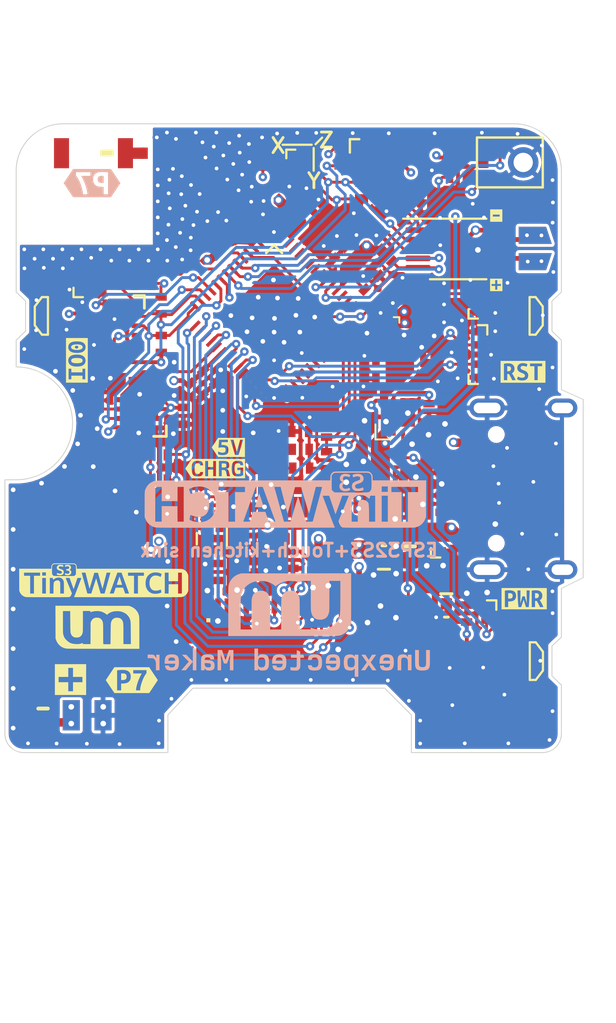
<source format=kicad_pcb>
(kicad_pcb (version 20240108) (generator "pcbnew") (generator_version "8.0")
  (layers (0 "F.Cu" mixed) (1 "In1.Cu" power) (2 "In2.Cu" power) (31 "B.Cu" signal) (34 "B.Paste" user) (35 "F.Paste" user) (36 "B.SilkS" user "B.Silkscreen") (37 "F.SilkS" user "F.Silkscreen") (38 "B.Mask" user) (39 "F.Mask" user) (44 "Edge.Cuts" user))
  (net 0 "")
  (net 1 "GND")
  (net 2 "3.3V")
  (net 3 "/STAT")
  (net 4 "VBAT")
  (net 5 "/LNA_IN")
  (net 6 "/RESET")
  (net 7 "/ANT")
  (net 8 "/XTAL_P")
  (net 9 "/XTAL_N")
  (net 10 "/VBUS")
  (net 11 "/PROG")
  (net 12 "/IO0")
  (net 13 "/VBUS_SENSE")
  (net 14 "/D-")
  (net 15 "/D+")
  (net 16 "/SDA")
  (net 17 "/SCL")
  (net 18 "/U0TXD")
  (net 19 "/U0RXD")
  (net 20 "/CC1")
  (net 21 "/CC2")
  (net 22 "/ANT_MATCH")
  (net 23 "/ANT_FREQ")
  (net 24 "Net-(D3-1)")
  (net 25 "Net-(D8-1)")
  (net 26 "Net-(U1-VBACKUP)")
  (net 27 "/BMI_ADR")
  (net 29 "Net-(Q1-B)")
  (net 30 "Net-(Q1-C)")
  (net 31 "/LEDK")
  (net 32 "/~{FG_ALERT}")
  (net 33 "/~{FG_QSTRT}")
  (net 35 "/TFT_DC")
  (net 36 "/TFT_BACKLIGHT")
  (net 37 "/TFT_CS")
  (net 38 "/RTC_EVI")
  (net 39 "/~{RTC_INT}")
  (net 40 "/BMA_INT1")
  (net 41 "/BMA_INT2")
  (net 42 "/TCH_RST")
  (net 43 "/TCH_INT")
  (net 44 "/IO5_SDA2")
  (net 45 "/IO10_SCL2")
  (net 46 "/IO18_BUZZ")
  (net 47 "/SPICS1")
  (net 48 "/VDD_SPI")
  (net 49 "/SPIHD")
  (net 50 "/SPIWP")
  (net 51 "/SPICS0")
  (net 52 "/SPICLK")
  (net 53 "/SPIQ")
  (net 54 "/SPID")
  (net 55 "/SPICLK_N")
  (net 56 "/SPICLK_P")
  (net 57 "/IO38")
  (net 58 "/MTCK")
  (net 59 "/MTDO")
  (net 60 "/IO45")
  (net 61 "/IO46")
  (net 62 "/VBUS-IN")
  (net 63 "/USB-5V")
  (net 64 "/SPI_MO")
  (net 65 "/SPI_MI")
  (net 67 "/ON-SW")
  (net 69 "/PWR-SHUTDOWN")
  (net 70 "/SPI_SCK")
  (net 71 "/MIC_WS")
  (net 72 "/MIC_SELECT")
  (net 73 "/MIC_BCLK")
  (net 74 "Net-(IC4-DATA)")
  (net 75 "/MIC_DATA")
  (net 76 "/BUZZ")
  (net 77 "/BUZZ_T")
  (net 78 "/TFT_RESET")
  (net 83 "/LDO_EN")
  (net 84 "Net-(C4-P$1)")
  (net 86 "/HAP_EN")
  (net 87 "/HAP_TRIG")
  (net 88 "/OUT+")
  (net 89 "/OUT-")
  (footprint "Unexpected Maker:XC6194BANNERG" (layer "F.Cu") (at 152 94.525)
    (property "Reference" "IC3" (hide yes))
    (property "Value" "XC6194AA03ER-G" (hide yes))
  )
  (footprint "Button_Switch_SMD:SW_SPST_B3U-3000P" (layer "F.Cu") (at 133.3 89.1575 90)
    (property "Reference" "SW3" (hide yes))
    (property "Value" "SW_Push" (hide yes))
  )
  (footprint "TinyS3_P3:_0402_SRN" (layer "F.Cu") (at 141.96 92.4 -45)
    (property "Reference" "C14" (hide yes))
    (property "Value" "0.1uF" (hide yes))
  )
  (footprint "TinyS3_P3:_0402_SRN" (layer "F.Cu") (at 141.05 99.225 -90)
    (property "Reference" "R12" (hide yes))
    (property "Value" "10K" (hide yes))
  )
  (footprint "Package_TO_SOT_SMD:SOT-723" (layer "F.Cu") (at 152.99 105.76 -90)
    (property "Reference" "Q2" (hide yes))
    (property "Value" "600mA/40V" (hide yes))
  )
  (footprint "TinyS3_P3:_0402_SRN" (layer "F.Cu") (at 146.4 83.15 45)
    (property "Reference" "C19" (hide yes))
    (property "Value" "0.1uF" (hide yes))
  )
  (footprint "TinyS3_P3:_0402_SRN" (layer "F.Cu") (at 152.75 82.16)
    (property "Reference" "R8" (hide yes))
    (property "Value" "100K" (hide yes))
  )
  (footprint "TinyS3_P3:_0402_SRN" (layer "F.Cu") (at 143.55 83.65 -45)
    (property "Reference" "L1" (hide yes))
    (property "Value" "3.3nH" (hide yes))
  )
  (footprint "TinyS3_P3:_0402_SRN" (layer "F.Cu") (at 136.82 87.48 180)
    (property "Reference" "R23" (hide yes))
    (property "Value" "100K" (hide yes))
  )
  (footprint "TinyS3_P3:_0402_SRN" (layer "F.Cu") (at 136.06 93.65 90)
    (property "Reference" "R22" (hide yes))
    (property "Value" "100K" (hide yes))
  )
  (footprint "TinyS3_P3:_0402_SRN" (layer "F.Cu") (at 148.91 86.44 135)
    (property "Reference" "C13" (hide yes))
    (property "Value" "0.1uF" (hide yes))
  )
  (footprint "TinyS3_P3:_0402_SRN" (layer "F.Cu") (at 142.719553 84.843764 135)
    (property "Reference" "C17" (hide yes))
    (property "Value" "0.1uF" (hide yes))
  )
  (footprint "Unexpected Maker:IC_RV-3028-C7-32.768KHZ-1PPM-TA-QA" (layer "F.Cu") (at 150.61 81.59)
    (property "Reference" "U1" (hide yes))
    (property "Value" "RV-3028-C7-32.768KHZ" (hide yes))
  )
  (footprint "TinyS3_P3:_0402_SRN" (layer "F.Cu") (at 149.55 85.8 135)
    (property "Reference" "C33" (hide yes))
    (property "Value" "1uF" (hide yes))
  )
  (footprint "TinyS3_P3:_0402_SRN" (layer "F.Cu") (at 152.925 91.575)
    (property "Reference" "C25" (hide yes))
    (property "Value" "1uF" (hide yes))
  )
  (footprint "TinyS3_P3:_0402_SRN" (layer "F.Cu") (at 151.275 91.575 180)
    (property "Reference" "R30" (hide yes))
    (property "Value" "100K" (hide yes))
  )
  (footprint "Unexpected Maker:HapticMotor_Solder_Pads" (layer "F.Cu") (at 135.47 110.39 90)
    (property "Reference" "BAT1" (hide yes))
    (property "Value" "LIPO" (hide yes))
  )
  (footprint "TinyS3_P3:_0402_SRN" (layer "F.Cu") (at 155.65 104.98 90)
    (property "Reference" "C29" (hide yes))
    (property "Value" "2.2uF" (hide yes))
  )
  (footprint "TinyS3_P3:_0402_SRN" (layer "F.Cu") (at 152.7 80)
    (property "Reference" "R6" (hide yes))
    (property "Value" "10K" (hide yes))
  )
  (footprint "Unexpected Maker:UM_LOGO_NEW_TINY" (layer "F.Cu") (at 136.01 105.96)
    (property "Reference" "U$88" (hide yes))
    (property "Value" "UM_LOGONEW_SMALLER" (hide yes))
  )
  (footprint "TinyS3_P3:_0402_SRN" (layer "F.Cu") (at 146.825 96.25 180)
    (property "Reference" "R15" (hide yes))
    (property "Value" "5.1K" (hide yes))
  )
  (footprint "TinyS3_P3:_0402_SRN" (layer "F.Cu") (at 151.275 92.5 180)
    (property "Reference" "C23" (hide yes))
    (property "Value" "0.1uF" (hide yes))
  )
  (footprint "TinyS3_P3:_0402_SRN" (layer "F.Cu") (at 147.06 83.81 45)
    (property "Reference" "C15" (hide yes))
    (property "Value" "1uF" (hide yes))
  )
  (footprint "TinyS3_P3:_0402_SRN" (layer "F.Cu") (at 135.14 89.48 -90)
    (property "Reference" "C1" (hide yes))
    (property "Value" "0.1uF" (hide yes))
  )
  (footprint "Package_TO_SOT_SMD:SOT-723" (layer "F.Cu") (at 142.1 101 -90)
    (property "Reference" "Q1" (hide yes))
    (property "Value" "MMBT2222" (hide yes))
  )
  (footprint "TinyS3_P3:_0402_SRN" (layer "F.Cu") (at 146.85 97.25 180)
    (property "Reference" "R1" (hide yes))
    (property "Value" "5.1K" (hide yes))
  )
  (footprint "TinyS3_P3:_0402_SRN" (layer "F.Cu") (at 154.29 97.05 90)
    (property "Reference" "R9" (hide yes))
    (property "Value" "5.1K" (hide yes))
  )
  (footprint "Unexpected Maker:HapticMotor_Solder_Pads" (layer "F.Cu") (at 159.225 85.575 180)
    (property "Reference" "J1" (hide yes))
    (property "Value" "Conn_01x02_Pin" (hide yes))
  )
  (footprint "TinyS3_P3:_0402_SRN" (layer "F.Cu") (at 139.28 96.55)
    (property "Reference" "R28" (hide yes))
    (property "Value" "10K" (hide yes))
  )
  (footprint "TinyS3_P3:_0402_SRN" (layer "F.Cu") (at 155.19 81.79 180)
    (property "Reference" "R26" (hide yes))
    (property "Value" "68" (hide yes))
  )
  (footprint "kibuzzard-64F95D18" (layer "F.Cu") (at 142.275 97.275)
    (property "Reference" "kibuzzard-64F95D18" (hide yes))
    (property "Value" "G***" (hide yes))
  )
  (footprint "LED_SMD:LED_0402_1005Metric" (layer "F.Cu") (at 144.825 96.175 180)
    (property "Reference" "D8" (hide yes))
    (property "Value" "RED" (hide yes))
  )
  (footprint "Unexpected Maker:TVS X1-DFN1006-2-BEST" (layer "F.Cu") (at 156.25 90.35 -90)
    (property "Reference" "D4" (hide yes))
    (property "Value" "D_TVS" (hide yes))
  )
  (footprint "TinyS3_P3:_0402_SRN" (layer "F.Cu") (at 154.69 80.29 90)
    (property "Reference" "C26" (hide yes))
    (property "Value" "220pF" (hide yes))
  )
  (footprint "kibuzzard-65BF212E" (layer "F.Cu") (at 134.92 91.52 90)
    (property "Reference" "kibuzzard-65BF212E" (hide yes))
    (property "Value" "G***" (hide yes))
  )
  (footprint "Button_Switch_SMD:SW_SPST_B3U-3000P" (layer "F.Cu") (at 159.08 89.1575 -90)
    (property "Reference" "SW1" (hide yes))
    (property "Value" "SW_Push" (hide yes))
  )
  (footprint "TinyS3_P3:_0402_SRN" (layer "F.Cu") (at 150.55 88.075 -45)
    (property "Reference" "R14" (hide yes))
    (property "Value" "100K" (hide yes))
  )
  (footprint "TinyS3_P3:_0402_SRN" (layer "F.Cu") (at 138.32 92.7 180)
    (property "Reference" "R21" (hide yes))
    (property "Value" "100K" (hide yes))
  )
  (footprint "TinyS3_P3:_0402_SRN" (layer "F.Cu") (at 153.4 89.5)
    (property "Reference" "C31" (hide yes))
    (property "Value" "0.1uF" (hide yes))
  )
  (footprint "TinyS3_P3:_0402_SRN" (layer "F.Cu") (at 140.58 94.47 -90)
    (property "Reference" "C6" (hide yes))
    (property "Value" "0.1uF" (hide yes))
  )
  (footprint "UnexpectedMaker:QFN56-ESP32-S3-PROD-THIN" (layer "F.Cu") (at 145.408578 89.165044 -45)
    (property "Reference" "IC2" (hide yes))
    (property "Value" "ESP32-S3REV0-SILICON" (hide yes))
  )
  (footprint "TinyS3_P3:_0402_SRN" (layer "F.Cu") (at 146.41 102.13 -90)
    (property "Reference" "R17" (hide yes))
    (property "Value" "100K" (hide yes))
  )
  (footprint "TinyS3_P3:_0402_SRN" (layer "F.Cu") (at 152.75 83.09)
    (property "Reference" "C4" (hide yes))
    (property "Value" "0.1uF" (hide yes))
  )
  (footprint "Unexpected Maker:JUSHUO AFH34-S18FIA-1H" (layer "F.Cu") (at 146.175 105.925)
    (property "Reference" "J3" (hide yes))
    (property "Value" "Conn_01x18_Pin" (hide yes))
  )
  (footprint "TinyS3_P3:_0402_SRN" (layer "F.Cu") (at 142.525 99.225 -90)
    (property "Reference" "R19" (hide yes))
    (property "Value" "1K" (hide yes))
  )
  (footprint "TinyS3_P3:SOT723" (layer "F.Cu") (at 147.77 102.19 90)
    (property "Reference" "T3" (hide yes))
    (property "Value" "P-FET" (hide yes))
  )
  (footprint "TinyS3_P3:_0402_SRN" (layer "F.Cu") (at 148.92 80.73 -90)
    (property "Reference" "R7" (hide yes))
    (property "Value" "100K" (hide yes))
  )
  (footprint "TinyS3_P3:SOT23-5-SML2" (layer "F.Cu") (at 145.275 99.325 -90)
    (property "Reference" "CHRG2" (hide yes))
    (property "Value" "TP4065-4.2V-SOT25-R" (hide yes))
  )
  (footprint "UnexpectedMaker:VREG_NCP170AMX300TCG" (layer "F.Cu") (at 151.37 90.075 -90)
    (property "Reference" "U3" (hide yes))
    (property "Value" "NCP167BMX330TBG" (hide yes))
  )
  (footprint "TinyS3_P3:_0402_SRN" (layer "F.Cu") (at 158.85 82.925)
    (property "Reference" "C34" (hide yes))
    (property "Value" "2.2uF" (hide yes))
  )
  (footprint "TinyS3_P3:_0402_SRN" (layer "F.Cu") (at 152.7 80.93)
    (property "Reference" "C10" (hide yes))
    (property "Value" "0.1uF" (hide yes))
  )
  (footprint "kibuzzard-664315DB" (layer "F.Cu") (at 134.58 108.49 -90)
    (property "Reference" "kibuzzard-664315DB" (hide yes))
    (property "Value" "G***" (hide yes))
  )
  (footprint "kikit:Tab" (layer "F.Cu") (at 146.19 78.713654 -90)
    (property "Reference" "T1" (hide yes))
    (property "Value" "Tab")
  )
  (footprint "TinyS3_P3:_0402_SRN" (layer "F.Cu") (at 151.31 87.34 135)
    (property "Reference" "C3" (hide yes))
    (property "Value" "1uF" (hide yes))
  )
  (footprint "Unexpected Maker:TVS X1-DFN1006-2-BEST" (layer "F.Cu") (at 135.24 87.46 90)
    (property "Reference" "D10" (hide yes))
    (property "Value" "D_TVS" (hide yes))
  )
  (footprint "TinyS3_P3:_0402_SRN" (layer "F.Cu") (at 147.63 98.83 -90)
    (property "Reference" "R16" (hide yes))
    (property "Value" "3K3" (hide yes))
  )
  (footprint "TinyS3_P3:_0402_SRN" (layer "F.Cu") (at 151.38 85.96 -45)
    (property "Reference" "R18" (hide yes))
    (property "Value" "100K" (hide yes))
  )
  (footprint "kibuzzard-65BEEBBF" (layer "F.Cu") (at 157.226 83.825 180)
    (property "Reference" "kibuzzard-65BEEBBF" (hide yes))
    (property "Value" "G***" (hide yes))
  )
  (footprint "Unexpected Maker:SOD-523-MSK4010" (layer "F.Cu") (at 151.25 101.38 -90)
    (property "Reference" "D5" (hide yes))
    (property "Value" "DIODE-SCHOTTKYWIDE" (hide yes))
  )
  (footprint "Unexpected Maker:SOD-523-MSK4010" (layer "F.Cu") (at 154.57 105.17 90)
    (property "Reference" "D6" (hide yes))
    (property "Value" "DIODESOD-123" (hide yes))
  )
  (footprint "TinyS3_P3:_0402_SRN" (layer "F.Cu") (at 153.65 94.275 -90)
    (property "Reference" "R25" (hide yes))
    (property "Value" "10K" (hide yes))
  )
  (footprint "kibuzzard-65BEEB54" (layer "F.Cu") (at 157.226 87.51 180)
    (property "Reference" "kibuzzard-65BEEB54" (hide yes))
    (property "Value" "G***" (hide yes))
  )
  (footprint "TinyS3_P3:_0402_SRN" (layer "F.Cu") (at 158.85 83.875)
    (property "Reference" "C9" (hide yes))
    (property "Value" "1uF" (hide yes))
  )
  (footprint "TinyS3_P3:_0402_SRN" (layer "F.Cu") (at 155.59 80.29 90)
    (property "Reference" "C24" (hide yes))
    (property "Value" "1uF" (hide yes))
  )
  (footprint "TinyS3_P3:_0402_SRN" (layer "F.Cu") (at 146.8 95.3 180)
    (property "Reference" "C27" (hide yes))
    (property "Value" "1uF" (hide yes))
  )
  (footprint "Unexpected Maker:TVS X1-DFN1006-2-BEST" (layer "F.Cu") (at 154.25 101.3 90)
    (property "Reference" "D1" (hide yes))
    (property "Value" "D_TVS" (hide yes))
  )
  (footprint "kibuzzard-6518A76D" (layer "F.Cu") (at 158.71 104.19)
    (property "Reference" "kibuzzard-6518A76D" (hide yes))
    (property "Value" "G***" (hide yes))
  )
  (footprint "TinyS3_P3:_0402_SRN" (layer "F.Cu") (at 142.047801 85.515514 135)
    (property "Reference" "C18" (hide yes))
    (property "Value" "1uF" (hide yes))
  )
  (footprint "TinyS3_P3:_0402_SRN" (layer "F.Cu") (at 139.4 88.6 -90)
    (property "Reference" "R4" (hide yes))
    (property "Value" "10K" (hide yes))
  )
  (footprint "TinyS3_P3:_0402_SRN" (layer "F.Cu") (at 138.44 87.48 180)
    (property "Reference" "R10" (hide yes))
    (property "Value" "100K" (hide yes))
  )
  (footprint "Unexpected Maker:TVS X1-DFN1006-2-BEST" (layer "F.Cu") (at 156.25 92.075 90)
    (property "Reference" "D2" (hide yes))
    (property "Value" "D_TVS" (hide yes))
  )
  (footprint "TinyS3_P3:_0402_SRN" (layer "F.Cu") (at 142.44 102.77 -90)
    (property "Reference" "R20" (hide yes))
    (property "Value" "22" (hide yes))
  )
  (footprint "TinyS3_P3:_0402_SRN" (layer "F.Cu") (at 151.8 97.725)
    (property "Reference" "C22" (hide yes))
    (property "Value" "0.1uF" (hide yes))
  )
  (footprint "TinyS3_P3:_0402_SRN" (layer "F.Cu") (at 154.29 99.15 -90)
    (property "Reference" "R11" (hide yes))
    (property "Value" "5.1K" (hide yes))
  )
  (footprint "TinyS3_P3:_0402_SRN" (layer "F.Cu") (at 153 104.35 180)
    (property "Reference" "R27" (hide yes))
    (property "Value" "1k2" (hide yes))
  )
  (footprint "Unexpected Maker:TVS X1-DFN1006-2-BEST" (layer "F.Cu") (at 156.25 88.6 90)
    (property "Reference" "D11" (hide yes))
    (property "Value" "D_TVS" (hide yes))
  )
  (footprint "Unexpected Maker:ICS43434" (layer "F.Cu") (at 157.95 81 90)
    (property "Reference" "IC4" (hide yes))
    (property "Value" "ICS_43434" (hide yes))
  )
  (footprint "Unexpected Maker:TVS X1-DFN1006-2-BEST" (layer "F.Cu") (at 156.73 104.98 -90)
    (property "Reference" "D9" (hide yes))
    (property "Value" "D_TVS" (hide yes))
  )
  (footprint "Package_SO:VSSOP-10_3x3mm_P0.5mm" (layer "F.Cu") (at 155.2 85.6)
    (property "Reference" "U5" (hide yes))
    (property "Value" "DRV2605LDGSR" (hide yes))
  )
  (footprint "TinyS3_P3:_0402_SRN" (layer "F.Cu") (at 151.8 96.7 180)
    (property "Reference" "R33" (hide yes))
    (property "Value" "10K" (hide yes))
  )
  (footprint "TinyS3_P3:_0402_SRN" (layer "F.Cu") (at 143.91 101.44)
    (property "Reference" "C32" (hide yes))
    (property "Value" "2.2uF" (hide yes))
  )
  (footprint "Unexpected Maker:ANT_2450AT18B100E" (layer "F.Cu") (at 135.801695 80.51)
    (property "Reference" "U$13" (hide yes))
    (property "Value" "FRACTUS_FR05-S1-N-0-102-LEAN" (hide yes))
  )
  (footprint "LED_SMD:LED_0402_1005Metric" (layer "F.Cu") (at 144.825 97.25 180)
    (property "Reference" "D3" (hide yes))
    (property "Value" "ORANGE" (hide yes))
  )
  (footprint "TinyS3_P3:_0402_SRN" (layer "F.Cu") (at 148.2 95.15 90)
    (property "Reference" "R3" (hide yes))
    (property "Value" "3K3" (hide yes))
  )
  (footprint "Unexpected Maker:MagneticBuzzer_KLJ-4020" (layer "F.Cu") (at 155.3 108.94 -90)
    (property "Reference" "SP1" (hide yes))
    (property "Value" "Speaker" (hide yes))
  )
  (footprint "Unexpected Maker:MAX17048G_T10_SON50P200X200X80-9N" (layer "F.Cu") (at 138.21 94.36 180)
    (property "Reference" "U4" (hide yes))
    (property "Value" "MAX17048G+T10" (hide yes))
  )
  (footprint "TinyS3_P3:_0402_SRN" (layer "F.Cu") (at 153.4 88.55)
    (property "Reference" "C20" (hide yes))
    (property "Value" "1uF" (hide yes))
  )
  (footprint "kibuzzard-64F95D11" (layer "F.Cu") (at 142.975 96.15)
    (property "Reference" "kibuzzard-64F95D11" (hide yes))
    (property "Value" "G***" (hide yes))
  )
  (footprint "kibuzzard-6518A765" (layer "F.Cu") (at 158.65 92.13)
    (property "Reference" "kibuzzard-6518A765" (hide yes))
    (property "Value" "G***" (hide yes))
  )
  (footprint "TinyS3_P3:_0402_SRN" (layer "F.Cu") (at 144.81 80.8 90)
    (property "Reference" "C8" (hide yes))
    (property "Value" "0.1uF" (hide yes))
  )
  (footprint "Qwiic_BMI270:BMI270" (layer "F.Cu") (at 137.16 89.68 -90)
    (property "Reference" "U$1" (hide yes))
    (property "Value" "BMI270" (hide yes))
  )
  (footprint "Package_BGA:WLP-4_0.83x0.83mm_P0.4mm" (layer "F.Cu") (at 146.59 80.85)
    (property "Reference" "U2" (hide yes))
    (property "Value" "MMC5603NJL" (hide yes))
  )
  (footprint "TinyS3_P3:_0402_SRN" (layer "F.Cu") (at 141.28 93.08 -45)
    (property "Reference" "C2" (hide yes))
    (property "Value" "1uF" (hide yes))
  )
  (footprint "LOGO" (layer "F.Cu") (at 136.35 103.21)
    (property "Reference" "G***" (hide yes))
    (property "Value" "LOGO" (hide yes))
  )
  (footprint "TinyS3_P3:_0402_SRN" (layer "F.Cu") (at 157.025 83.075)
    (property "Reference" "R13" (hide yes))
    (property "Value" "100K" (hide yes))
  )
  (footprint "TinyS3_P3:_0402_SRN" (layer "F.Cu") (at 140.64 80.23 -115)
    (property "Reference" "AF2" (hide yes))
    (property "Value" "1.5nH" (hide yes))
  )
  (footprint "TinyS3_P3:_0402_SRN" (layer "F.Cu") (at 148.2 96.825 90)
    (property "Reference" "R2" (hide yes))
    (property "Value" "2K" (hide yes))
  )
  (footprint "TinyS3_P3:_0402_SRN" (layer "F.Cu") (at 139.41 90.65 90)
    (property "Reference" "R5" (hide yes))
    (property "Value" "10K" (hide yes))
  )
  (footprint "TinyS3_P3:_0402_SRN" (layer "F.Cu") (at 143.9 102.87)
    (property "Reference" "C16" (hide yes))
    (property "Value" "0.1uF" (hide yes))
  )
  (footprint "TinyS3_P3:_0603MP" (layer "F.Cu") (at 152.65 101.41 90)
    (property "Reference" "C28" (hide yes))
    (property "Value" "10uF" (hide yes))
  )
  (footprint "TinyS3_P3:_0402_SRN" (layer "F.Cu") (at 136.44 91.74 180)
    (property "Reference" "C12" (hide yes))
    (property "Value" "0.1uF" (hide yes))
  )
  (footprint "kibuzzard-664EFB60" (layer "F.Cu") (at 137.84 108.52)
    (property "Reference" "kibuzzard-664EFB60" (hide yes))
    (property "Value" "G***" (hide yes))
  )
  (footprint "TinyS3_P3:_0603MP" (layer "F.Cu") (at 133.12 110.03 90)
    (property "Reference" "C7" (hide yes))
    (property "Value" "10uF" (hide yes))
  )
  (footprint "kikit:Tab" (layer "F.Cu") (at 146.19 109.2 90)
    (property "Reference" "T1" (hide yes))
    (property "Value" "Tab")
  )
  (footprint "TinyS3_P3:_0402_SRN" (layer "F.Cu") (at 149.49 103.36 180)
    (property "Reference" "C11" (hide yes))
    (property "Value" "0.1uF" (hide yes))
  )
  (footprint "TinyS3_P3:_0402_SRN" (layer "F.Cu") (at 142.21 82.96 45)
    (property "Reference" "C5" (hide yes))
    (property "Value" "1.0pF" (hide yes))
  )
  (footprint "TinyS3_P3:_0402_SRN" (layer "F.Cu") (at 139.28 97.88)
    (property "Reference" "R29" (hide yes))
    (property "Value" "10K" (hide yes))
  )
  (footprint "Unexpected Maker:USB-C-16P-LESSPASTE-2-FIxed" (layer "F.Cu") (at 159.45 98.35 90)
    (property "Reference" "J2" (hide yes))
    (property "Value" "USB_C" (hide yes))
  )
  (footprint "TinyS3_P3:_0402_SRN" (layer "F.Cu") (at 138.941696 80.51 180)
    (property "Reference" "AF3" (hide yes))
    (property "Value" "2.4nH" (hide yes))
  )
  (footprint "TinyS3_P3:_0603MP" (layer "F.Cu") (at 151.75 99.175 180)
    (property "Reference" "C21" (hide yes))
    (property "Value" "10uF" (hide yes))
  )
  (footprint "TinyS3_P3:_0402_SRN" (layer "F.Cu") (at 141.52 81.62 135)
    (property "Reference" "AF1" (hide yes))
    (property "Value" "3.6pF" (hide yes))
  )
  (footprint "Button_Switch_SMD:SW_SPST_B3U-3000P" (layer "F.Cu") (at 159.09 107.51 -90)
    (property "Reference" "SW5" (hide yes))
    (property "Value" "SW_Push" (hide yes))
  )
  (footprint "TinyS3_P3:_0402_SRN" (layer "F.Cu") (at 150.05 97.825 135)
    (property "Reference" "C30" (hide yes))
    (property "Value" "1uF" (hide yes))
  )
  (footprint "UnexpectedMaker:UM_LOGO_NEW_SMALL" (layer "B.Cu") (at 146.19 104.61 180)
    (property "Reference" "U$88" (hide yes))
    (property "Value" "UM_LOGONEW_SMALLER" (hide yes))
  )
  (footprint "kibuzzard-6534A245" (layer "B.Cu") (at 146.19 107.59 180)
    (property "Reference" "kibuzzard-6534A245" (hide yes))
    (property "Value" "G***" (hide yes))
  )
  (footprint "kibuzzard-664EFB11" (layer "B.Cu") (at 135.725 82.1 180)
    (property "Reference" "kibuzzard-664EFB11" (hide yes))
    (property "Value" "G***" (hide yes))
  )
  (footprint "LOGO" (layer "B.Cu") (at 146.007755 98.92 180)
    (property "Reference" "G***" (hide yes))
    (property "Value" "LOGO" (hide yes))
  )
  (gr_line (start 147.515 81.44) (end 147.515 80.235001) (stroke (width 0.12)) (layer "F.SilkS"))
  (gr_line (start 145.86 80.06) (end 147.405 80.06) (stroke (width 0.12)) (layer "F.SilkS"))
  (gr_line (start 147.965 79.68) (end 147.616538 80.028462) (stroke (width 0.12)) (layer "F.SilkS"))
  (gr_line (start 139.76 110.369999) (end 139.76 112.369999) (stroke (width 0.05)) (layer "Edge.Cuts"))
  (gr_line (start 160.69 87.889998) (end 160.69 81.446827) (stroke (width 0.05)) (layer "Edge.Cuts"))
  (gr_line (start 160.69 103.65) (end 161.85 103.069999) (stroke (width 0.05)) (layer "Edge.Cuts"))
  (gr_arc (start 131.69 91.869999) (mid 134.69 94.869999) (end 131.69 97.869999) (stroke (width 0.05)) (layer "Edge.Cuts"))
  (gr_arc (start 132.09 112.369999) (mid 131.382893 112.077106) (end 131.09 111.369999) (stroke (width 0.05)) (layer "Edge.Cuts"))
  (gr_line (start 160.69 106.234999) (end 160.19 106.705) (stroke (width 0.05)) (layer "Edge.Cuts"))
  (gr_line (start 132.19 89.969999) (end 132.19 88.369999) (stroke (width 0.05)) (layer "Edge.Cuts"))
  (gr_line (start 152.71 110.369999) (end 152.71 112.369999) (stroke (width 0.05)) (layer "Edge.Cuts"))
  (gr_line (start 160.69 93.079999) (end 161.85 93.599999) (stroke (width 0.05)) (layer "Edge.Cuts"))
  (gr_line (start 141.09 108.946827) (end 151.29 108.946827) (stroke (width 0.05)) (layer "Edge.Cuts"))
  (gr_arc (start 131.69 81.446827) (mid 132.422229 79.679057) (end 134.19 78.946827) (stroke (width 0.05)) (layer "Edge.Cuts"))
  (gr_line (start 132.19 88.369999) (end 131.69 87.889998) (stroke (width 0.05)) (layer "Edge.Cuts"))
  (gr_line (start 134.19 78.946827) (end 158.19 78.946827) (stroke (width 0.05)) (layer "Edge.Cuts"))
  (gr_line (start 160.19 106.705) (end 160.19 108.3) (stroke (width 0.05)) (layer "Edge.Cuts"))
  (gr_line (start 139.76 112.369999) (end 132.09 112.369999) (stroke (width 0.05)) (layer "Edge.Cuts"))
  (gr_line (start 139.76 110.369999) (end 141.09 108.946827) (stroke (width 0.05)) (layer "Edge.Cuts"))
  (gr_line (start 131.09 97.869999) (end 131.69 97.869999) (stroke (width 0.05)) (layer "Edge.Cuts"))
  (gr_line (start 160.19 89.969999) (end 160.69 90.45) (stroke (width 0.05)) (layer "Edge.Cuts"))
  (gr_line (start 151.29 108.946827) (end 152.71 110.369999) (stroke (width 0.05)) (layer "Edge.Cuts"))
  (gr_arc (start 158.19 78.946827) (mid 159.957784 79.679051) (end 160.69 81.446827) (stroke (width 0.05)) (layer "Edge.Cuts"))
  (gr_line (start 160.69 103.65) (end 160.69 106.234999) (stroke (width 0.05)) (layer "Edge.Cuts"))
  (gr_line (start 160.19 108.3) (end 160.69 108.779999) (stroke (width 0.05)) (layer "Edge.Cuts"))
  (gr_line (start 161.85 93.599999) (end 161.85 103.069999) (stroke (width 0.05)) (layer "Edge.Cuts"))
  (gr_line (start 160.69 87.889998) (end 160.19 88.369999) (stroke (width 0.05)) (layer "Edge.Cuts"))
  (gr_line (start 160.19 88.369999) (end 160.19 89.969999) (stroke (width 0.05)) (layer "Edge.Cuts"))
  (gr_line (start 159.69 112.369999) (end 152.71 112.369999) (stroke (width 0.05)) (layer "Edge.Cuts"))
  (gr_line (start 131.69 87.889998) (end 131.69 81.446827) (stroke (width 0.05)) (layer "Edge.Cuts"))
  (gr_line (start 160.69 90.45) (end 160.69 93.079999) (stroke (width 0.05)) (layer "Edge.Cuts"))
  (gr_line (start 131.09 97.869999) (end 131.09 111.369999) (stroke (width 0.05)) (layer "Edge.Cuts"))
  (gr_line (start 160.69 108.779999) (end 160.69 111.369999) (stroke (width 0.05)) (layer "Edge.Cuts"))
  (gr_line (start 131.69 90.45) (end 131.69 91.869999) (stroke (width 0.05)) (layer "Edge.Cuts"))
  (gr_arc (start 160.69 111.369999) (mid 160.397107 112.077106) (end 159.69 112.369999) (stroke (width 0.05)) (layer "Edge.Cuts"))
  (gr_line (start 131.69 90.45) (end 132.19 89.969999) (stroke (width 0.05)) (layer "Edge.Cuts"))
  (gr_text "ESP32S3+Touch+kitchen sink" (at 146.19 101.21 0) (layer "B.SilkS") (effects (font (size 0.7 0.7) (thickness 0.15) (bold yes)) (justify top mirror)))
  (gr_text "X" (at 145.14 80.58 0) (layer "F.SilkS") (effects (font (size 0.8 0.8)) (justify left bottom)))
  (gr_text "Z" (at 147.71 80.29 0) (layer "F.SilkS") (effects (font (size 0.8 0.8)) (justify left bottom)))
  (gr_text "Y" (at 147.085 82.45 0) (layer "F.SilkS") (effects (font (size 0.8 0.8)) (justify left bottom)))
  (segment (start 136.57 89.68) (end 136.25 89.68) (width 0.154) (layer "F.Cu") (net 1))
  (segment (start 152.25 93.6625) (end 152.75 93.6625) (width 0.154) (layer "F.Cu") (net 1))
  (segment (start 139.1125 93.61) (end 138.815001 93.61) (width 0.154) (layer "F.Cu") (net 1))
  (segment (start 152.325 90.175) (end 152.225 90.075) (width 0.154) (layer "F.Cu") (net 1))
  (segment (start 139.1125 95.11) (end 138.815001 95.11) (width 0.154) (layer "F.Cu") (net 1))
  (segment (start 141.7 99.45) (end 141.7 100.425) (width 0.154) (layer "F.Cu") (net 1))
  (segment (start 135.76 89.93) (end 135.14 89.93) (width 0.154) (layer "F.Cu") (net 1))
  (segment (start 151.07 89.775) (end 151.37 90.075) (width 0.154) (layer "F.Cu") (net 1))
  (segment (start 136.2475 89.6825) (end 136.0075 89.6825) (width 0.154) (layer "F.Cu") (net 1))
  (segment (start 151.07 89.005) (end 151.07 89.775) (width 0.154) (layer "F.Cu") (net 1))
  (segment (start 136.25 89.68) (end 136.2475 89.6825) (width 0.154) (layer "F.Cu") (net 1))
  (segment (start 156.97 93.880725) (end 156.9665 93.877225) (width 0.154) (layer "F.Cu") (net 1))
  (segment (start 152.225 90.075) (end 151.37 90.075) (width 0.154) (layer "F.Cu") (net 1))
  (segment (start 152.75 93.6625) (end 152.75 94.1) (width 0.154) (layer "F.Cu") (net 1))
  (segment (start 136.2475 89.6825) (end 136.2475 90.1825) (width 0.154) (layer "F.Cu") (net 1))
  (segment (start 141.775 99.375) (end 141.7 99.45) (width 0.154) (layer "F.Cu") (net 1))
  (segment (start 138.21 94.504999) (end 138.21 94.36) (width 0.154) (layer "F.Cu") (net 1))
  (segment (start 152.75 94.1) (end 152.525 94.325) (width 0.154) (layer "F.Cu") (net 1))
  (segment (start 136.2475 90.1825) (end 136.6555 90.1825) (width 0.154) (layer "F.Cu") (net 1))
  (segment (start 138.21 94.215001) (end 138.21 94.36) (width 0.154) (layer "F.Cu") (net 1))
  (segment (start 138.815001 95.11) (end 138.21 94.504999) (width 0.154) (layer "F.Cu") (net 1))
  (segment (start 138.815001 93.61) (end 138.21 94.215001) (width 0.154) (layer "F.Cu") (net 1))
  (segment (start 136.92 89.33) (end 136.57 89.68) (width 0.154) (layer "F.Cu") (net 1))
  (segment (start 151.37 90.075) (end 150.35 90.075) (width 0.154) (layer "F.Cu") (net 1))
  (segment (start 151.075 89) (end 151.07 89.005) (width 0.154) (layer "F.Cu") (net 1))
  (segment (start 136.0075 89.6825) (end 135.76 89.93) (width 0.154) (layer "F.Cu") (net 1))
  (via (at 155.66 103.9) (size 0.5) (drill 0.3) (layers "F.Cu" "B.Cu") (net 1))
  (via (at 140.69 83.3) (size 0.45) (drill 0.2) (layers "F.Cu" "B.Cu") (net 1))
  (via (at 150.38 105.46) (size 0.5) (drill 0.3) (layers "F.Cu" "B.Cu") (net 1))
  (via (at 152.24 87.13) (size 0.45) (drill 0.2) (layers "F.Cu" "B.Cu") (net 1))
  (via (at 143.11 89.14) (size 0.45) (drill 0.25) (layers "F.Cu" "B.Cu") (net 1))
  (via (at 139.22 84.77) (size 0.45) (drill 0.2) (layers "F.Cu" "B.Cu") (net 1))
  (via (at 155.175 92.475) (size 0.45) (drill 0.2) (layers "F.Cu" "B.Cu") (net 1))
  (via (at 142.71 80.63) (size 0.45) (drill 0.2) (layers "F.Cu" "B.Cu") (net 1))
  (via (at 139.22 85.62) (size 0.45) (drill 0.2) (layers "F.Cu" "B.Cu") (net 1))
  (via (at 142.6 98.1) (size 0.45) (drill 0.25) (layers "F.Cu" "B.Cu") (net 1))
  (via (at 147.775 82.975) (size 0.45) (drill 0.2) (layers "F.Cu" "B.Cu") (net 1))
  (via (at 134.96 95.96) (size 0.45) (drill 0.25) (layers "F.Cu" "B.Cu") (net 1))
  (via (at 140.41 84.74) (size 0.45) (drill 0.2) (layers "F.Cu" "B.Cu") (net 1))
  (via (at 139.72 99.68) (size 0.45) (drill 0.2) (layers "F.Cu" "B.Cu") (net 1))
  (via (at 144.97 102.7) (size 0.45) (drill 0.25) (layers "F.Cu" "B.Cu") (net 1))
  (via (at 151.9 102.86) (size 0.5) (drill 0.3) (layers "F.Cu" "B.Cu") (net 1))
  (via (at 139.79 84.31) (size 0.45) (drill 0.2) (layers "F.Cu" "B.Cu") (net 1))
  (via (at 145.375 87.248) (size 0.45) (drill 0.25) (layers "F.Cu" "B.Cu") (net 1))
  (via (at 150.35 90.075) (size 0.45) (drill 0.25) (layers "F.Cu" "B.Cu") (net 1))
  (via (at 153.95 79.45) (size 0.45) (drill 0.2) (layers "F.Cu" "B.Cu") (net 1))
  (via (at 158.93 102.63) (size 0.45) (drill 0.2) (layers "F.Cu" "B.Cu") (net 1))
  (via (at 131.53 100.511666) (size 0.45) (drill 0.25) (layers "F.Cu" "B.Cu") (net 1))
  (via (at 134.37 89.89) (size 0.45) (drill 0.2) (layers "F.Cu" "B.Cu") (net 1))
  (via (at 157.35 98.075) (size 0.45) (drill 0.2) (layers "F.Cu" "B.Cu") (net 1))
  (via (at 154.89 109.85) (size 0.45) (drill 0.2) (layers "F.Cu" "B.Cu") (net 1))
  (via (at 134.7 93.12) (size 0.45) (drill 0.25) (layers "F.Cu" "B.Cu") (net 1))
  (via (at 154.234613 83.944613) (size 0.45) (drill 0.2) (layers "F.Cu" "B.Cu") (net 1))
  (via (at 149.27 102.7) (size 0.45) (drill 0.25) (layers "F.Cu" "B.Cu") (net 1))
  (via (at 144.77 79.67) (size 0.45) (drill 0.2) (layers "F.Cu" "B.Cu") (net 1))
  (via (at 136.92 89.33) (size 0.45) (drill 0.2) (layers "F.Cu" "B.Cu") (net 1))
  (via (at 159.2 97.98) (size 0.45) (drill 0.2) (layers "F.Cu" "B.Cu") (net 1))
  (via (at 151.46 108.54) (size 0.45) (drill 0.2) (layers "F.Cu" "B.Cu") (net 1))
  (via (at 154.75 107.87) (size 0.45) (drill 0.2) (layers "F.Cu" "B.Cu") (net 1))
  (via (at 140.99 82.2) (size 0.45) (drill 0.2) (layers "F.Cu" "B.Cu") (net 1))
  (via (at 160.22 110.17) (size 0.45) (drill 0.2) (layers "F.Cu" "B.Cu") (net 1))
  (via (at 133.04 98.05) (size 0.45) (drill 0.25) (layers "F.Cu" "B.Cu") (net 1))
  (via (at 134.172183 86.63) (size 0.45) (drill 0.2) (layers "F.Cu" "B.Cu") (net 1))
  (via (at 154.3998 102.43) (size 0.5) (drill 0.3) (layers "F.Cu" "B.Cu") (net 1))
  (via (at 143.42 102.18) (size 0.45) (drill 0.25) (layers "F.Cu" "B.Cu") (net 1))
  (via (at 142.2 80.16) (size 0.45) (drill 0.2) (layers "F.Cu" "B.Cu") (net 1))
  (via (at 140.98 85) (size 0.45) (drill 0.2) (layers "F.Cu" "B.Cu") (net 1))
  (via (at 141.86 103.76) (size 0.5) (drill 0.3) (layers "F.Cu" "B.Cu") (net 1))
  (via (at 131.53 106.846664) (size 0.45) (drill 0.25) (layers "F.Cu" "B.Cu") (net 1))
  (via (at 149.25 98) (size 0.5) (drill 0.3) (layers "F.Cu" "B.Cu") (net 1))
  (via (at 153.325 99.175) (size 0.5) (drill 0.3) (layers "F.Cu" "B.Cu") (net 1))
  (via (at 140.03 81.34) (size 0.45) (drill 0.2) (layers "F.Cu" "B.Cu") (net 1))
  (via (at 155.55 111.88) (size 0.45) (drill 0.2) (layers "F.Cu" "B.Cu") (net 1))
  (via (at 143.25 99.3) (size 0.45) (drill 0.25) (layers "F.Cu" "B.Cu") (net 1))
  (via (at 154.12 92.64) (size 0.45) (drill 0.2) (layers "F.Cu" "B.Cu") (net 1))
  (via (at 148.29 103.5) (size 0.5) (drill 0.3) (layers "F.Cu" "B.Cu") (net 1))
  (via (at 160.22 91.9) (size 0.45) (drill 0.2) (layers "F.Cu" "B.Cu") (net 1))
  (via (at 142.34 79.411327) (size 0.45) (drill 0.2) (layers "F.Cu" "B.Cu") (net 1))
  (via (at 138.258302 93.324298) (size 0.45) (drill 0.25) (layers "F.Cu" "B.Cu") (net 1))
  (via (at 150.22 94.73) (size 0.5) (drill 0.3) (layers "F.Cu" "B.Cu") (net 1))
  (via (at 147.48 103.6) (size 0.5) (drill 0.3) (layers "F.Cu" "B.Cu") (net 1))
  (via (at 153.26 90.825) (size 0.45) (drill 0.25) (layers "F.Cu" "B.Cu") (net 1))
  (via (at 147.43 105.31) (size 0.45) (drill 0.2) (layers "F.Cu" "B.Cu") (net 1))
  (via (at 139.22 81.37) (size 0.45) (drill 0.2) (layers "F.Cu" "B.Cu") (net 1))
  (via (at 148.05 85.44) (size 0.45) (drill 0.2) (layers "F.Cu" "B.Cu") (net 1))
  (via (at 143.02 79.97) (size 0.45) (drill 0.2) (layers "F.Cu" "B.Cu") (net 1))
  (via (at 153.925 90.225) (size 0.45) (drill 0.25) (layers "F.Cu" "B.Cu") (net 1))
  (via (at 141.12 84.33) (size 0.45) (drill 0.2) (layers "F.Cu" "B.Cu") (net 1))
  (via (at 150.85 84.88) (size 0.45) (drill 0.2) (layers "F.Cu" "B.Cu") (net 1))
  (via (at 157.825 87.4) (size 0.45) (drill 0.2) (layers "F.Cu" "B.Cu") (net 1))
  (via (at 147.13 82.37) (size 0.45) (drill 0.2) (layers "F.Cu" "B.Cu") (net 1))
  (via (at 135.21 88.43) (size 0.45) (drill 0.2) (layers "F.Cu" "B.Cu") (net 1))
  (via (at 146.64 79.43) (size 0.45) (drill 0.2) (layers "F.Cu" "B.Cu") (net 1))
  (via (at 156.95 91.225) (size 0.45) (drill 0.2) (layers "F.Cu" "B.Cu") (net 1))
  (via (at 144.82 83.76) (size 0.45) (drill 0.2) (layers "F.Cu" "B.Cu") (net 1))
  (via (at 140.47 82.69) (size 0.45) (drill 0.2) (layers "F.Cu" "B.Cu") (net 1))
  (via (at 156.74 103.86) (size 0.5) (drill 0.3) (layers "F.Cu" "B.Cu") (net 1))
  (via (at 146.88 91.13) (size 0.45) (drill 0.2) (layers "F.Cu" "B.Cu") (net 1))
  (via (at 145.94 90.56) (size 0.45) (drill 0.25) (layers "F.Cu" "B.Cu") (net 1))
  (via (at 142.68 94.175) (size 0.45) (drill 0.25) (layers "F.Cu" "B.Cu") (net 1))
  (via (at 135.45 111.9) (size 0.45) (drill 0.2) (layers "F.Cu" "B.Cu") (net 1))
  (via (at 134.525002 87.76) (size 0.45) (drill 0.2) (layers "F.Cu" "B.Cu") (net 1))
  (via (at 151.9 101.4) (size 0.5) (drill 0.3) (layers "F.Cu" "B.Cu") (net 1))
  (via (at 135.68 86.07) (size 0.45) (drill 0.2) (layers "F.Cu" "B.Cu") (net 1))
  (via (at 140.093577 91.618304) (size 0.45) (drill 0.25) (layers "F.Cu" "B.Cu") (net 1))
  (via (at 137.711425 86.2185) (size 0.45) (drill 0.2) (layers "F.Cu" "B.Cu") (net 1))
  (via (at 160.22 81.94) (size 0.45) (drill 0.2) (layers "F.Cu" "B.Cu") (net 1))
  (via (at 131.53 102.623332) (size 0.45) (drill 0.25) (layers "F.Cu" "B.Cu") (net 1))
  (via (at 143.24 81.08) (size 0.45) (drill 0.2) (layers "F.Cu" "B.Cu") (net 1))
  (via (at 155.975 83.2) (size 0.45) (drill 0.2) (layers "F.Cu" "B.Cu") (net 1))
  (via (at 157.175 89.975) (size 0.45) (drill 0.2) (layers "F.Cu" "B.Cu") (net 1))
  (via (at 151.075 89) (size 0.45) (drill 0.2) (layers "F.Cu" "B.Cu") (net 1))
  (via (at 140.05 95.42) (size 0.45) (drill 0.25) (layers "F.Cu" "B.Cu") (net 1))
  (via (at 144.24 89.26) (size 0.45) (drill 0.25) (layers "F.Cu" "B.Cu") (net 1))
  (via (at 144.07 80.02) (size 0.45) (drill 0.2) (layers "F.Cu" "B.Cu") (net 1))
  (via (at 139.71 79.411327) (size 0.45) (drill 0.2) (layers "F.Cu" "B.Cu") (net 1))
  (via (at 142.68 95.3) (size 0.45) (drill 0.25) (layers "F.Cu" "B.Cu") (net 1))
  (via (at 151.51 79.45) (size 0.45) (drill 0.2) (layers "F.Cu" "B.Cu") (net 1))
  (via (at 153.625 95.4766) (size 0.5) (drill 0.3) (layers "F.Cu" "B.Cu") (net 1))
  (via (at 133.84 111.89) (size 0.45) (drill 0.2) (layers "F.Cu" "B.Cu") (net 1))
  (via (at 134.14857 85.62) (size 0.45) (drill 0.2) (layers "F.Cu" "B.Cu") (net 1))
  (via (at 132.12 90.92) (size 0.45) (drill 0.2) (layers "F.Cu" "B.Cu") (net 1))
  (via (at 149.79 84.86) (size 0.45) (drill 0.2) (layers "F.Cu" "B.Cu") (net 1))
  (via (at 133.16 86.6) (size 0.45) (drill 0.2) (layers "F.Cu" "B.Cu") (net 1))
  (via (at 158.36 79.48) (size 0.45) (drill 0.2) (layers "F.Cu" "B.Cu") (net 1))
  (via (at 143.58 80.48) (size 0.45) (drill 0.2) (layers "F.Cu" "B.Cu") (net 1))
  (via (at 142.87 84.09) (size 0.45) (drill 0.2) (layers "F.Cu" "B.Cu") (net 1))
  (via (at 153.18 111.89) (size 0.45) (drill 0.2) (layers "F.Cu" "B.Cu") (net 1))
  (via (at 135.162855 85.62) (size 0.45) (drill 0.2) (layers "F.Cu" "B.Cu") (net 1))
  (via (at 148.75 84.91) (size 0.45) (drill 0.2) (layers "F.Cu" "B.Cu") (net 1))
  (via (at 150.162 92.908) (size 0.45) (drill 0.2) (layers "F.Cu" "B.Cu") (net 1))
  (via (at 138.21 95.38) (size 0.45) (drill 0.25) (layers "F.Cu" "B.Cu") (net 1))
  (via (at 142.92 81.91) (size 0.45) (drill 0.2) (layers "F.Cu" "B.Cu") (net 1))
  (via (at 151.385613 83.594387) (size 0.45) (drill 0.2) (layers "F.Cu" "B.Cu") (net 1))
  (via (at 145.57 79.46) (size 0.45) (drill 0.2) (layers "F.Cu" "B.Cu") (net 1))
  (via (at 154.03 105.18) (size 0.45) (drill 0.2) (layers "F.Cu" "B.Cu") (net 1))
  (via (at 144.19 83.09) (size 0.45) (drill 0.2) (layers "F.Cu" "B.Cu") (net 1))
  (via (at 149.25 97.05) (size 0.5) (drill 0.3) (layers "F.Cu" "B.Cu") (net 1))
  (via (at 160.06 111.7) (size 0.45) (drill 0.2) (layers "F.Cu" "B.Cu") (net 1))
  (via (at 160.42 100.78) (size 0.45) (drill 0.2) (layers "F.Cu" "B.Cu") (net 1))
  (via (at 141.25 79.411327) (size 0.45) (drill 0.2) (layers "F.Cu" "B.Cu") (net 1))
  (via (at 139.27 111.88) (size 0.45) (drill 0.2) (layers "F.Cu" "B.Cu") (net 1))
  (via (at 140.2 106.47) (size 0.45) (drill 0.25) (layers "F.Cu" "B.Cu") (net 1))
  (via (at 141.31 83.62) (size 0.45) (drill 0.2) (layers "F.Cu" "B.Cu") (net 1))
  (via (at 150.212 91.28) (size 0.45) (drill 0.2) (layers "F.Cu" "B.Cu") (net 1))
  (via (at 134.66857 86.11) (size 0.45) (drill 0.2) (layers "F.Cu" "B.Cu") (net 1))
  (via (at 139.73 86.2185) (size 0.45) (drill 0.2) (layers "F.Cu" "B.Cu") (net 1))
  (via (at 139.22 83.92) (size 0.45) (drill 0.2) (layers "F.Cu" "B.Cu") (net 1))
  (via (at 157.1 92.5) (size 0.45) (drill 0.2) (layers "F.Cu" "B.Cu") (net 1))
  (via (at 148.82 106.89) (size 0.5) (drill 0.3) (layers "F.Cu" "B.Cu") (net 1))
  (via (at 143.71 81.65) (size 0.45) (drill 0.2) (layers "F.Cu" "B.Cu") (net 1))
  (via (at 141.6 79.93) (size 0.45) (drill 0.2) (layers "F.Cu" "B.Cu") (net 1))
  (via (at 151.07 104.58) (size 0.5) (drill 0.3) (layers "F.Cu" "B.Cu") (net 1))
  (via (at 155.4 89.4) (size 0.45) (drill 0.2) (layers "F.Cu" "B.Cu") (net 1))
  (via (at 152.325 90.175) (size 0.45) (drill 0.25) (layers "F.Cu" "B.Cu") (net 1))
  (via (at 151.725 88.475) (size 0.45) (drill 0.2) (layers "F.Cu" "B.Cu") (net 1))
  (via (at 138.72571 86.2185) (size 0.45) (drill 0.2) (layers "F.Cu" "B.Cu") (net 1))
  (via (at 145.112 108.51) (size 0.45) (drill 0.2) (layers "F.Cu" "B.Cu") (net 1))
  (via (at 142.57 92.03) (size 0.45) (drill 0.25) (layers "F.Cu" "B.Cu") (net 1))
  (via (at 136.32 110.83) (size 0.5) (drill 0.3) (layers "F.Cu" "B.Cu") (net 1))
  (via (at 135.83 90.7) (size 0.45) (drill 0.2) (layers "F.Cu" "B.Cu") (net 1))
  (via (at 137.19 111.92) (size 0.45) (drill 0.2) (layers "F.Cu" "B.Cu") (net 1))
  (via (at 145.43 89.29) (size 0.45) (drill 0.25) (layers "F.Cu" "B.Cu") (net 1))
  (via (at 139.95 109.51) (size 0.45) (drill 0.2) (layers "F.Cu" "B.Cu") (net 1))
  (via (at 149.604 108.51) (size 0.45) (drill 0.2) (layers "F.Cu" "B.Cu") (net 1))
  (via (at 157.175 89) (size 0.45) (drill 0.2) (layers "F.Cu" "B.Cu") (net 1))
  (via (at 137.191425 85.62) (size 0.45) (drill 0.2) (layers "F.Cu" "B.Cu") (net 1))
  (via (at 144.56435 88.16565) (size 0.45) (drill 0.25) (layers "F.Cu" "B.Cu") (net 1))
  (via (at 154.325 98.09) (size 0.5) (drill 0.3) (layers "F.Cu" "B.Cu") (net 1))
  (via (at 144.09 80.98) (size 0.45) (drill 0.2) (layers "F.Cu" "B.Cu") (net 1))
  (via (at 139.756 102.21) (size 0.45) (drill 0.25) (layers "F.Cu" "B.Cu") (net 1))
  (via (at 136 95.15) (size 0.45) (drill 0.25) (layers "F.Cu" "B.Cu") (net 1))
  (via (at 160.24 83.13) (size 0.45) (drill 0.2) (layers "F.Cu" "B.Cu") (net 1))
  (via (at 144.85 83.05) (size 0.45) (drill 0.2) (layers "F.Cu" "B.Cu") (net 1))
  (via (at 145.4 84.7) (size 0.45) (drill 0.2) (layers "F.Cu" "B.Cu") (net 1))
  (via (at 155.85 87.25) (size 0.45) (drill 0.2) (layers "F.Cu" "B.Cu") (net 1))
  (via (at 151.36 94.775) (size 0.5) (drill 0.3) (layers "F.Cu" "B.Cu") (net 1))
  (via (at 150.16 96.89) (size 0.5) (drill 0.3) (layers "F.Cu" "B.Cu") (net 1))
  (via (at 154.45 89.5) (size 0.45) (drill 0.2) (layers "F.Cu" "B.Cu") (net 1))
  (via (at 157.87 111.88) (size 0.45) (drill 0.2) (layers "F.Cu" "B.Cu") (net 1))
  (via (at 132.13 86.63) (size 0.45) (drill 0.2) (layers "F.Cu" "B.Cu") (net 1))
  (via (at 144.22 82.29) (size 0.45) (drill 0.2) (layers "F.Cu" "B.Cu") (net 1))
  (via (at 139.17 79.67) (size 0.45) (drill 0.2) (layers "F.Cu" "B.Cu") (net 1))
  (via (at 139.8 82.64) (size 0.45) (drill 0.2) (layers "F.Cu" "B.Cu") (net 1))
  (via (at 144.41 103.74) (size 0.45) (drill 0.25) (layers "F.Cu" "B.Cu") (net 1))
  (via (at 141.742 102.35) (size 0.45) (drill 0.25) (layers "F.Cu" "B.Cu") (net 1))
  (via (at 145.9 99.32) (size 0.45) (drill 0.25) (layers "F.Cu" "B.Cu") (net 1))
  (via (at 146.78 90.02) (size 0.45) (drill 0.25) (layers "F.Cu" "B.Cu") (net 1))
  (via (at 131.53 104.734998) (size 0.45) (drill 0.25) (layers "F.Cu" "B.Cu") (net 1))
  (via (at 141.76 80.74) (size 0.45) (drill 0.2) (layers "F.Cu" "B.Cu") (net 1))
  (via (at 132.32 111.88) (size 0.45) (drill 0.2) (layers "F.Cu" "B.Cu") (net 1))
  (via (at 133.65 86.12) (size 0.45) (drill 0.2) (layers "F.Cu" "B.Cu") (net 1))
  (via (at 150.149613 87.040387) (size 0.45) (drill 0.2) (layers "F.Cu" "B.Cu") (net 1))
  (via (at 136.32 109.94) (size 0.5) (drill 0.3) (layers "F.Cu" "B.Cu") (net 1))
  (via (at 156.46 79.42) (size 0.45) (drill 0.2) (layers "F.Cu" "B.Cu") (net 1))
  (via (at 160.265 86.825) (size 0.45) (drill 0.2) (layers "F.Cu" "B.Cu") (net 1))
  (via (at 160.225 84.2) (size 0.45) (drill 0.2) (layers "F.Cu" "B.Cu") (net 1))
  (via (at 152.525 94.325) (size 0.5) (drill 0.3) (layers "F.Cu" "B.Cu") (net 1))
  (via (at 135.76 92.48) (size 0.45) (drill 0.25) (layers "F.Cu" "B.Cu") (net 1))
  (via (at 139.72 104.58) (size 0.45) (drill 0.25) (layers "F.Cu" "B.Cu") (net 1))
  (via (at 139.75 98.78) (size 0.45) (drill 0.25) (layers "F.Cu" "B.Cu") (net 1))
  (via (at 131.53 98.4) (size 0.45) (drill 0.25) (layers "F.Cu" "B.Cu") (net 1))
  (via (at 145.41 93.52) (size 0.45) (drill 0.2) (layers "F.Cu" "B.Cu") (net 1))
  (via (at 140.97 85.67) (size 0.45) (drill 0.2) (layers "F.Cu" "B.Cu") (net 1))
  (via (at 150.7 102.93) (size 0.5) (drill 0.3) (layers "F.Cu" "B.Cu") (net 1))
  (via (at 154.45 87.425) (size 0.45) (drill 0.2) (layers "F.Cu" "B.Cu") (net 1))
  (via (at 152.75 95.975) (size 0.5) (drill 0.3) (layers "F.Cu" "B.Cu") (net 1))
  (via (at 139.84 81.92) (size 0.45) (drill 0.2) (layers "F.Cu" "B.Cu") (net 1))
  (via (at 143.927971 93.437677) (size 0.45) (drill 0.2) (layers "F.Cu" "B.Cu") (net 1))
  (via (at 131.53 111.07) (size 0.45) (drill 0.25) (layers "F.Cu" "B.Cu") (net 1))
  (via (at 145.65 95.275) (size 0.45) (drill 0.2) (layers "F.Cu" "B.Cu") (net 1))
  (via (at 142.866 108.51) (size 0.45) (drill 0.2) (layers "F.Cu" "B.Cu") (net 1))
  (via (at 143.52 82.48) (size 0.45) (drill 0.2) (layers "F.Cu" "B.Cu") (net 1))
  (via (at 136.75 86.2185) (size 0.45) (drill 0.2) (layers "F.Cu" "B.Cu") (net 1))
  (via (at 140.092 93.39) (size 0.45) (drill 0.25) (layers "F.Cu" "B.Cu") (net 1))
  (via (at 147.57 89.22) (size 0.45) (drill 0.25) (layers "F.Cu" "B.Cu") (net 1))
  (via (at 140.5 81.73) (size 0.45) (drill 0.2) (layers "F.Cu" "B.Cu") (net 1))
  (via (at 134.26 97.16) (size 0.45) (drill 0.25) (layers "F.Cu" "B.Cu") (net 1))
  (via (at 146.22 82.28) (size 0.45) (drill 0.2) (layers "F.Cu" "B.Cu") (net 1))
  (via (at 142.68 93.14) (size 0.45) (drill 0.25) (layers "F.Cu" "B.Cu") (net 1))
  (via (at 136.95 98.46) (size 0.45) (drill 0.25) (layers "F.Cu" "B.Cu") (net 1))
  (via (at 142.35 81.32) (size 0.45) (drill 0.2) (layers "F.Cu" "B.Cu") (net 1))
  (via (at 133.134285 85.62) (size 0.45) (drill 0.2) (layers "F.Cu" "B.Cu") (net 1))
  (via (at 151.89 105.2) (size 0.5) (drill 0.3) (layers "F.Cu" "B.Cu") (net 1))
  (via (at 139.22 82.22) (size 0.45) (drill 0.2) (layers "F.Cu" "B.Cu") (net 1))
  (via (at 157.375 99.1) (size 0.45) (drill 0.2) (layers "F.Cu" "B.Cu") (net 1))
  (via (at 140.52 86.16) (size 0.45) (drill 0.2) (layers "F.Cu" "B.Cu") (net 1))
  (via (at 136.7 92.47) (size 0.45) (drill 0.25) (layers "F.Cu" "B.Cu") (net 1))
  (via (at 145.25 98.125) (size 0.45) (drill 0.25) (layers "F.Cu" "B.Cu") (net 1))
  (via (at 139.71 85.13) (size 0.45) (drill 0.2) (layers "F.Cu" "B.Cu") (net 1))
  (via (at 143.97 90) (size 0.45) (drill 0.25) (layers "F.Cu" "B.Cu") (net 1))
  (via (at 144.9 99.31) (size 0.45) (drill 0.25) (layers "F.Cu" "B.Cu") (net 1))
  (via (at 136.17714 85.62) (size 0.45) (drill 0.2) (layers "F.Cu" "B.Cu") (net 1))
  (via (at 146.69 88.23) (size 0.45) (drill 0.25) (layers "F.Cu" "B.Cu") (net 1))
  (via (at 145.41 90.02) (size 0.45) (drill 0.25) (layers "F.Cu" "B.Cu") (net 1))
  (via (at 142.43 83.64) (size 0.45) (drill 0.2) (layers "F.Cu" "B.Cu") (net 1))
  (via (at 140.19 79.75) (size 0.45) (drill 0.2) (layers "F.Cu" "B.Cu") (net 1))
  (via (at 159.7 89.1275) (size 0.45) (drill 0.2) (layers "F.Cu" "B.Cu") (net 1))
  (via (at 153.8 81.42) (size 0.45) (drill 0.2) (layers "F.Cu" "B.Cu") (net 1))
  (via (at 156.25 85.65) (size 0.5) (drill 0.3) (layers "F.Cu" "B.Cu") (net 1))
  (via (at 148.52 92.92) (size 0.45) (drill 0.2) (layers "F.Cu" "B.Cu") (net 1))
  (via (at 158.6 100.74) (size 0.45) (drill 0.2) (layers "F.Cu" "B.Cu") (net 1))
  (via (at 151.85 99.95) (size 0.5) (drill 0.3) (layers "F.Cu" "B.Cu") (net 1))
  (via (at 140.53 84.01) (size 0.45) (drill 0.2) (layers "F.Cu" "B.Cu") (net 1))
  (via (at 145.01 101.41) (size 0.45) (drill 0.25) (layers "F.Cu" "B.Cu") (net 1))
  (via (at 147.3 94.55) (size 0.45) (drill 0.2) (layers "F.Cu" "B.Cu") (net 1))
  (via (at 146.91 93.51) (size 0.45) (drill 0.2) (layers "F.Cu" "B.Cu") (net 1))
  (via (at 145.41 91.52) (size 0.45) (drill 0.2) (layers "F.Cu" "B.Cu") (net 1))
  (via (at 160.225 104.96) (size 0.45) (drill 0.2) (layers "F.Cu" "B.Cu") (net 1))
  (via (at 149.59 79.44) (size 0.45) (drill 0.2) (layers "F.Cu" "B.Cu") (net 1))
  (via (at 146.57 89.125) (size 0.45) (drill 0.25) (layers "F.Cu" "B.Cu") (net 1))
  (via (at 132.75 89.92) (size 0.45) (drill 0.2) (layers "F.Cu" "B.Cu") (net 1))
  (via (at 139.29 110.67) (size 0.45) (drill 0.2) (layers "F.Cu" "B.Cu") (net 1))
  (via (at 156.53 107.85) (size 0.45) (drill 0.2) (layers "F.Cu" "B.Cu") (net 1))
  (via (at 156.575 83.925) (size 0.45) (drill 0.2) (layers "F.Cu" "B.Cu") (net 1))
  (via (at 141.01 108.51) (size 0.45) (drill 0.2) (layers "F.Cu" "B.Cu") (net 1))
  (via (at 132.12 85.62) (size 0.45) (drill 0.2) (layers "F.Cu" "B.Cu") (net 1))
  (via (at 141.86 84.12) (size 0.45) (drill 0.2) (layers "F.Cu" "B.Cu") (net 1))
  (via (at 159.57 107.49) (size 0.45) (drill 0.2) (layers "F.Cu" "B.Cu") (net 1))
  (via (at 147.358 108.51) (size 0.45) (drill 0.2) (layers "F.Cu" "B.Cu") (net 1))
  (via (at 132.77 88.32) (size 0.45) (drill 0.2) (layers "F.Cu" "B.Cu") (net 1))
  (via (at 149.65 83.7) (size 0.45) (drill 0.2) (layers "F.Cu" "B.Cu") (net 1))
  (via (at 138.20571 85.62) (size 0.45) (drill 0.2) (layers "F.Cu" "B.Cu") (net 1))
  (via (at 152.4 106.95) (size 0.45) (drill 0.2) (layers "F.Cu" "B.Cu") (net 1))
  (via (at 152.952 97.725) (size 0.5) (drill 0.3) (layers "F.Cu" "B.Cu") (net 1))
  (via (at 153.53 102.44) (size 0.5) (drill 0.3) (layers "F.Cu" "B.Cu") (net 1))
  (via (at 141.45 82.68) (size 0.45) (drill 0.2) (layers "F.Cu" "B.Cu") (net 1))
  (via (at 153.18 110.67) (size 0.45) (drill 0.2) (layers "F.Cu" "B.Cu") (net 1))
  (via (at 154.25 85.4) (size 0.45) (drill 0.2) (layers "F.Cu" "B.Cu") (net 1))
  (via (at 157.175 100.225) (size 0.5) (drill 0.3) (layers "F.Cu" "B.Cu") (net 1))
  (via (at 157.66 109.29) (size 0.45) (drill 0.2) (layers "F.Cu" "B.Cu") (net 1))
  (via (at 131.53 108.95833) (size 0.45) (drill 0.25) (layers "F.Cu" "B.Cu") (net 1))
  (via (at 143.55 79.58) (size 0.45) (drill 0.2) (layers "F.Cu" "B.Cu") (net 1))
  (via (at 157.075 97.1475) (size 0.45) (drill 0.2) (layers "F.Cu" "B.Cu") (net 1))
  (via (at 142.42 105.375002) (size 0.5) (drill 0.3) (layers "F.Cu" "B.Cu") (net 1))
  (via (at 138.08 99.59) (size 0.45) (drill 0.25) (layers "F.Cu" "B.Cu") (net 1))
  (via (at 141.775 99.375) (size 0.45) (drill 0.2) (layers "F.Cu" "B.Cu") (net 1))
  (via (at 139.22 83.07) (size 0.45) (drill 0.2) (layers "F.Cu" "B.Cu") (net 1))
  (via (at 139.86 83.44) (size 0.45) (drill 0.2) (layers "F.Cu" "B.Cu") (net 1))
  (via (at 135.11 94.44) (size 0.45) (drill 0.25) (layers "F.Cu" "B.Cu") (net 1))
  (via (at 147.65 79.43) (size 0.45) (drill 0.2) (layers "F.Cu" "B.Cu") (net 1))
  (via (at 133.78 92.1) (size 0.45) (drill 0.25) (layers "F.Cu" "B.Cu") (net 1))
  (via (at 152.58 109.62) (size 0.45) (drill 0.2) (layers "F.Cu" "B.Cu") (net 1))
  (via (at 149.06 99.55) (size 0.45) (drill 0.2) (layers "F.Cu" "B.Cu") (net 1))
  (via (at 154.5 94.9) (size 0.5) (drill 0.3) (layers "F.Cu" "B.Cu") (net 1))
  (via (at 145.59 88.21) (size 0.45) (drill 0.25) (layers "F.Cu" "B.Cu") (net 1))
  (via (at 132.67 86.12) (size 0.45) (drill 0.2) (layers "F.Cu" "B.Cu") (net 1))
  (via (at 154.85 91.1) (size 0.45) (drill 0.2) (layers "F.Cu" "B.Cu") (net 1))
  (via (at 135.79 97.17) (size 0.45) (drill 0.25) (layers "F.Cu" "B.Cu") (net 1))
  (via (at 159.51 93.05) (size 0.45) (drill 0.2) (layers "F.Cu" "B.Cu") (net 1))
  (via (at 145.7 102.56) (size 0.45) (drill 0.25) (layers "F.Cu" "B.Cu") (net 1))
  (via (at 160.4 95.94) (size 0.45) (drill 0.2) (layers "F.Cu" "B.Cu") (net 1))
  (via (at 144.81 90.51) (size 0.45) (drill 0.25) (layers "F.Cu" "B.Cu") (net 1))
  (via (at 154.45 88.55) (size 0.45) (drill 0.2) (layers "F.Cu" "B.Cu") (net 1))
  (via (at 160.215 103.8) (size 0.45) (drill 0.2) (layers "F.Cu" "B.Cu") (net 1))
  (via (at 140.18 85.5) (size 0.45) (drill 0.2) (layers "F.Cu" "B.Cu") (net 1))
  (via (at 157.8 96.175) (size 0.45) (drill 0.2) (layers "F.Cu" "B.Cu") (net 1))
  (via (at 144.3 95.375) (size 0.45) (drill 0.25) (layers "F.Cu" "B.Cu") (net 1))
  (via (at 159.65 80.1) (size 0.45) (drill 0.2) (layers "F.Cu" "B.Cu") (net 1))
  (segment (start 144.81 81.78) (end 144.81 81.25) (width 0.154) (layer "F.Cu") (net 2))
  (segment (start 134.5 89.05) (end 134.52 89.03) (width 0.2032) (layer "F.Cu") (net 2))
  (segment (start 140.083 92.597) (end 140.547 92.597) (width 0.254) (layer "F.Cu") (net 2))
  (segment (start 138.83 97.09) (end 138.83 96.55) (width 0.154) (layer "F.Cu") (net 2))
  (segment (start 138.83 97.66) (end 138.83 97.09) (width 0.154) (layer "F.Cu") (net 2))
  (segment (start 158.4 83.9) (end 158.4 83.875) (width 0.254) (layer "F.Cu") (net 2))
  (segment (start 157.7 84.6) (end 158.4 83.9) (width 0.254) (layer "F.Cu") (net 2))
  (segment (start 154.16 80.74) (end 155.685 80.74) (width 0.2032) (layer "F.Cu") (net 2))
  (segment (start 135.14 89.03) (end 135.53 89.03) (width 0.2032) (layer "F.Cu") (net 2))
  (segment (start 141.643292 92.081802) (end 142.631487 91.093607) (width 0.2032) (layer "F.Cu") (net 2))
  (segment (start 143.44 102.88) (end 143.45 102.87) (width 0.254) (layer "F.Cu") (net 2))
  (segment (start 138.909226 87.430774) (end 138.85 87.49) (width 0.154) (layer "F.Cu") (net 2))
  (segment (start 155.68 85.045) (end 155.68 86.08) (width 0.254) (layer "F.Cu") (net 2))
  (segment (start 140.961802 92.761802) (end 141.641802 92.081802) (width 0.254) (layer "F.Cu") (net 2))
  (segment (start 136.41 91.2082) (end 136.41 90.8425) (width 0.2032) (layer "F.Cu") (net 2))
  (segment (start 141.641802 92.081802) (end 141.643292 92.081802) (width 0.2032) (layer "F.Cu") (net 2))
  (segment (start 143.44 103.73) (end 143.44 104.55) (width 0.254) (layer "F.Cu") (net 2))
  (segment (start 156.2 86.6) (end 157.3375 86.6) (width 0.254) (layer "F.Cu") (net 2))
  (segment (start 148.58 80.28) (end 148.92 80.28) (width 0.154) (layer "F.Cu") (net 2))
  (segment (start 156.325 80.1) (end 156.55 80.1) (width 0.2032) (layer "F.Cu") (net 2))
  (segment (start 143.44 104.55) (end 143.43 104.56) (width 0.254) (layer "F.Cu") (net 2))
  (segment (start 155.685 80.74) (end 156.325 80.1) (width 0.2032) (layer "F.Cu") (net 2))
  (segment (start 150.226802 87.756802) (end 150.231802 87.756802) (width 0.154) (layer "F.Cu") (net 2))
  (segment (start 146.39 81.05) (end 146.19 81.25) (width 0.154) (layer "F.Cu") (net 2))
  (segment (start 139.39 87.601549) (end 139.39 88.14) (width 0.154) (layer "F.Cu") (net 2))
  (segment (start 149.94 103.36) (end 149.93 103.37) (width 0.3) (layer "F.Cu") (net 2))
  (segment (start 139.560775 87.430774) (end 138.909226 87.430774) (width 0.154) (layer "F.Cu") (net 2))
  (segment (start 149.228198 86.758198) (end 150.226802 87.756802) (width 0.154) (layer "F.Cu") (net 2))
  (segment (start 148.3 80.56) (end 148.58 80.28) (width 0.154) (layer "F.Cu") (net 2))
  (segment (start 146.19 81.25) (end 144.81 81.25) (width 0.154) (layer "F.Cu") (net 2))
  (segment (start 143.43 104.56) (end 142.93 104.56) (width 0.254) (layer "F.Cu") (net 2))
  (segment (start 154.04 80.62) (end 154.16 80.74) (width 0.2032) (layer "F.Cu") (net 2))
  (segment (start 143.44 103.73) (end 143.44 102.88) (width 0.254) (layer "F.Cu") (net 2))
  (segment (start 158.4 82.925) (end 158.4 83.875) (width 0.254) (layer "F.Cu") (net 2))
  (segment (start 135.6825 89.1825) (end 136.2475 89.1825) (width 0.2032) (layer "F.Cu") (net 2))
  (segment (start 156.125 84.6) (end 157.7 84.6) (width 0.254) (layer "F.Cu") (net 2))
  (segment (start 136.8218 91.62) (end 136.41 91.2082) (width 0.2032) (layer "F.Cu") (net 2))
  (segment (start 135.53 89.03) (end 135.6825 89.1825) (width 0.2032) (layer "F.Cu") (net 2))
  (segment (start 140.711802 92.761802) (end 140.961802 92.761802) (width 0.254) (layer "F.Cu") (net 2))
  (segment (start 139.560775 87.430774) (end 139.39 87.601549) (width 0.154) (layer "F.Cu") (net 2))
  (segment (start 149.93 102.49) (end 149.93 103.35) (width 0.3) (layer "F.Cu") (net 2))
  (segment (start 134.52 89.03) (end 135.14 89.03) (width 0.2032) (layer "F.Cu") (net 2))
  (segment (start 156.125 84.6) (end 155.68 85.045) (width 0.254) (layer "F.Cu") (net 2))
  (segment (start 149.93 103.37) (end 149.93 104.56) (width 0.3) (layer "F.Cu") (net 2))
  (segment (start 139.41 91.61) (end 139.41 91.1) (width 0.2032) (layer "F.Cu") (net 2))
  (segment (start 140.547 92.597) (end 140.711802 92.761802) (width 0.254) (layer "F.Cu") (net 2))
  (segment (start 149.93 103.35) (end 149.94 103.36) (width 0.3) (layer "F.Cu") (net 2))
  (segment (start 139.4 91.62) (end 139.41 91.61) (width 0.2032) (layer "F.Cu") (net 2))
  (segment (start 155.68 86.08) (end 156.2 86.6) (width 0.254) (layer "F.Cu") (net 2))
  (segment (start 139.4 91.62) (end 136.8218 91.62) (width 0.2032) (layer "F.Cu") (net 2))
  (via (at 152.36 89.53) (size 0.45) (drill 0.25) (layers "F.Cu" "B.Cu") (net 2))
  (via (at 149.93 102.49) (size 0.5) (drill 0.3) (layers "F.Cu" "B.Cu") (net 2))
  (via (at 150.33 85.425) (size 0.5) (drill 0.3) (layers "F.Cu" "B.Cu") (net 2))
  (via (at 134.5 89.05) (size 0.45) (drill 0.2) (layers "F.Cu" "B.Cu") (net 2))
  (via (at 140.083 92.597) (size 0.5) (drill 0.3) (layers "F.Cu" "B.Cu") (net 2))
  (via (at 148.3 80.56) (size 0.45) (drill 0.2) (layers "F.Cu" "B.Cu") (net 2))
  (via (at 156.125 84.6) (size 0.5) (drill 0.3) (layers "F.Cu" "B.Cu") (net 2))
  (via (at 139.560775 87.430774) (size 0.45) (drill 0.2) (layers "F.Cu" "B.Cu") (net 2))
  (via (at 152.33 88.93) (size 0.45) (drill 0.25) (layers "F.Cu" "B.Cu") (net 2))
  (via (at 141.85 86.185) (size 0.5) (drill 0.3) (layers "F.Cu" "B.Cu") (net 2))
  (via (at 143.44 103.73) (size 0.5) (drill 0.3) (layers "F.Cu" "B.Cu") (net 2))
  (via (at 154.04 80.62) (size 0.45) (drill 0.2) (layers "F.Cu" "B.Cu") (net 2))
  (via (at 145.64 83) (size 0.5) (drill 0.3) (layers "F.Cu" "B.Cu") (net 2))
  (via (at 138.83 97.2) (size 0.45) (drill 0.2) (layers "F.Cu" "B.Cu") (net 2))
  (via (at 139.4 91.62) (size 0.45) (drill 0.2) (layers "F.Cu" "B.Cu") (net 2))
  (via (at 144.81 81.78) (size 0.45) (drill 0.2) (layers "F.Cu" "B.Cu") (net 2))
  (segment (start 144.0558 98.1192) (end 144.34 97.835) (width 0.154) (layer "F.Cu") (net 3))
  (segment (start 144.34 97.835) (end 144.34 97.25) (width 0.154) (layer "F.Cu") (net 3))
  (segment (start 144.0558 98.375) (end 144.0558 98.1192) (width 0.154) (layer "F.Cu") (net 3))
  (segment (start 139.91 94.04) (end 140.56 94.04) (width 0.2032) (layer "F.Cu") (net 4))
  (segment (start 139.64 93.77) (end 139.64 93.13) (width 0.154) (layer "F.Cu") (net 4))
  (segment (start 144.0558 100.275) (end 143.46 100.8708) (width 0.35) (layer "F.Cu") (net 4))
  (segment (start 139.84 94.11) (end 139.1125 94.11) (width 0.2032) (layer "F.Cu") (net 4))
  (segment (start 145.055 100.28) (end 144.0608 100.28) (width 0.45) (layer "F.Cu") (net 4))
  (segment (start 139.91 94.04) (end 139.84 94.11) (width 0.2032) (layer "F.Cu") (net 4))
  (segment (start 134.5566 110.7666) (end 134.62 110.83) (width 0.45) (layer "F.Cu") (net 4))
  (segment (start 147.775 101) (end 147.775 101.63) (width 0.45) (layer "F.Cu") (net 4))
  (segment (start 143.46 100.8708) (end 143.46 101.44) (width 0.35) (layer "F.Cu") (net 4))
  (segment (start 139.21 92.7) (end 138.77 92.7) (width 0.154) (layer "F.Cu") (net 4))
  (segment (start 144.0608 100.28) (end 144.0558 100.275) (width 0.2032) (layer "F.Cu") (net 4))
  (segment (start 147.775 101.63) (end 147.77 101.635) (width 0.2032) (layer "F.Cu") (net 4))
  (segment (start 140.56 94.04) (end 140.58 94.02) (width 0.2032) (layer "F.Cu") (net 4))
  (segment (start 139.1125 94.61) (end 139.1125 94.11) (width 0.25) (layer "F.Cu") (net 4))
  (segment (start 139.91 94.04) (end 139.64 93.77) (width 0.154) (layer "F.Cu") (net 4))
  (segment (start 139.64 93.13) (end 139.21 92.7) (width 0.154) (layer "F.Cu") (net 4))
  (segment (start 133.12 110.7666) (end 134.5566 110.7666) (width 0.45) (layer "F.Cu") (net 4))
  (via (at 134.62 110.83) (size 0.5) (drill 0.3) (layers "F.Cu" "B.Cu") (net 4))
  (via (at 139.91 94.04) (size 0.45) (drill 0.2) (layers "F.Cu" "B.Cu") (net 4))
  (via (at 138.86 101.56) (size 0.5) (drill 0.3) (layers "F.Cu" "B.Cu") (net 4))
  (via (at 147.775 101) (size 0.5) (drill 0.3) (layers "F.Cu" "B.Cu") (net 4))
  (via (at 134.62 109.94) (size 0.5) (drill 0.3) (layers "F.Cu" "B.Cu") (net 4))
  (via (at 145.055 100.28) (size 0.5) (drill 0.3) (layers "F.Cu" "B.Cu") (net 4))
  (via (at 139.28 101.14) (size 0.5) (drill 0.3) (layers "F.Cu" "B.Cu") (net 4))
  (segment (start 138.86 101.56) (end 138.86 98.74) (width 0.2032) (layer "B.Cu") (net 4))
  (segment (start 139.36 98.24) (end 139.36 94.59) (width 0.2032) (layer "B.Cu") (net 4))
  (segment (start 138.86 98.74) (end 139.36 98.24) (width 0.2032) (layer "B.Cu") (net 4))
  (segment (start 139.36 94.59) (end 139.91 94.04) (width 0.2032) (layer "B.Cu") (net 4))
  (segment (start 144.894229 84.973739) (end 144.50049 84.58) (width 0.19) (layer "F.Cu") (net 5))
  (segment (start 144.50049 84.58) (end 144.5 84.58) (width 0.19) (layer "F.Cu") (net 5))
  (segment (start 143.888198 83.968198) (end 144.5 84.58) (width 0.29337) (layer "F.Cu") (net 5))
  (segment (start 143.868198 83.968198) (end 143.888198 83.968198) (width 0.29337) (layer "F.Cu") (net 5))
  (segment (start 148.354818 89.034818) (end 148.354818 89.03254) (width 0.154) (layer "F.Cu") (net 6))
  (segment (start 150 89.19) (end 150.071396 89.19) (width 0.154) (layer "F.Cu") (net 6))
  (segment (start 148.354818 89.03254) (end 145.372278 86.05) (width 0.154) (layer "F.Cu") (net 6))
  (segment (start 156.25 88.25) (end 157.9 88.25) (width 0.154) (layer "F.Cu") (net 6))
  (segment (start 144.27766 86.054227) (end 144.0457 85.822267) (width 0.154) (layer "F.Cu") (net 6))
  (segment (start 155.8 88.25) (end 155.525 87.975) (width 0.154) (layer "F.Cu") (net 6))
  (segment (start 157.9 88.25) (end 158.6925 87.4575) (width 0.154) (layer "F.Cu") (net 6))
  (segment (start 150.071396 89.19) (end 151.603198 87.658198) (width 0.154) (layer "F.Cu") (net 6))
  (segment (start 148.88 89.16) (end 148.92 89.2) (width 0.154) (layer "F.Cu") (net 6))
  (segment (start 156.25 88.25) (end 155.8 88.25) (width 0.154) (layer "F.Cu") (net 6))
  (segment (start 155.525 87.975) (end 151.945 87.975) (width 0.154) (layer "F.Cu") (net 6))
  (segment (start 148.52 89.2) (end 148.354818 89.034818) (width 0.154) (layer "F.Cu") (net 6))
  (segment (start 158.6925 87.4575) (end 159.08 87.4575) (width 0.154) (layer "F.Cu") (net 6))
  (segment (start 151.945 87.975) (end 151.628198 87.658198) (width 0.154) (layer "F.Cu") (net 6))
  (segment (start 144.605684 86.05) (end 144.601457 86.054227) (width 0.154) (layer "F.Cu") (net 6))
  (segment (start 144.601457 86.054227) (end 144.27766 86.054227) (width 0.154) (layer "F.Cu") (net 6))
  (segment (start 145.372278 86.05) (end 144.605684 86.05) (width 0.154) (layer "F.Cu") (net 6))
  (segment (start 148.92 89.2) (end 148.52 89.2) (width 0.154) (layer "F.Cu") (net 6))
  (segment (start 148.88 89.11) (end 148.88 89.16) (width 0.154) (layer "F.Cu") (net 6))
  (segment (start 151.603198 87.658198) (end 151.628198 87.658198) (width 0.154) (layer "F.Cu") (net 6))
  (via (at 148.92 89.2) (size 0.45) (drill 0.2) (layers "F.Cu" "B.Cu") (net 6))
  (via (at 150 89.19) (size 0.45) (drill 0.2) (layers "F.Cu" "B.Cu") (net 6))
  (segment (start 148.93 89.19) (end 148.92 89.2) (width 0.154) (layer "B.Cu") (net 6))
  (segment (start 150 89.19) (end 148.93 89.19) (width 0.154) (layer "B.Cu") (net 6))
  (segment (start 150.58 93.9) (end 150.59 93.9) (width 0.2032) (layer "F.Cu") (net 10))
  (segment (start 150.8275 93.6625) (end 151.25 93.6625) (width 0.2032) (layer "F.Cu") (net 10))
  (segment (start 155.66 106.58) (end 155.66 105.44) (width 0.2032) (layer "F.Cu") (net 10))
  (segment (start 155.66 105.44) (end 155.65 105.43) (width 0.2032) (layer "F.Cu") (net 10))
  (segment (start 155.3 106.94) (end 155.66 106.58) (width 0.2032) (layer "F.Cu") (net 10))
  (segment (start 154.57 104.82) (end 154.57 104.46) (width 0.2032) (layer "F.Cu") (net 10))
  (segment (start 155.65 105.43) (end 155.18 105.43) (width 0.2032) (layer "F.Cu") (net 10))
  (segment (start 150.59 93.9) (end 150.8275 93.6625) (width 0.2032) (layer "F.Cu") (net 10))
  (segment (start 155.18 105.43) (end 154.57 104.82) (width 0.2032) (layer "F.Cu") (net 10))
  (via (at 150.58 93.9) (size 0.45) (drill 0.2) (layers "F.Cu" "B.Cu") (net 10))
  (via (at 155.66 106.07) (size 0.45) (drill 0.2) (layers "F.Cu" "B.Cu") (net 10))
  (segment (start 152.82 102.86) (end 152.82 98.32) (width 0.2032) (layer "B.Cu") (net 10))
  (segment (start 150.8334 94.1534) (end 150.58 93.9) (width 0.2032) (layer "B.Cu") (net 10))
  (segment (start 155.66 106.07) (end 155.66 105.7) (width 0.2032) (layer "B.Cu") (net 10))
  (segment (start 155.66 105.7) (end 152.82 102.86) (width 0.2032) (layer "B.Cu") (net 10))
  (segment (start 152.82 98.32) (end 150.8334 96.3334) (width 0.2032) (layer "B.Cu") (net 10))
  (segment (start 150.8334 96.3334) (end 150.8334 94.1534) (width 0.2032) (layer "B.Cu") (net 10))
  (segment (start 147.05 98.375) (end 147.055 98.38) (width 0.154) (layer "F.Cu") (net 11))
  (segment (start 146.4942 98.375) (end 147.05 98.375) (width 0.154) (layer "F.Cu") (net 11))
  (segment (start 147.055 98.38) (end 147.63 98.38) (width 0.154) (layer "F.Cu") (net 11))
  (segment (start 143.762858 86.10511) (end 143.467748 85.81) (width 0.154) (layer "F.Cu") (net 12))
  (segment (start 140.725916 86.662) (end 140.447916 86.94) (width 0.154) (layer "F.Cu") (net 12))
  (segment (start 135.62 86.94) (end 135.478 87.082) (width 0.154) (layer "F.Cu") (net 12))
  (segment (start 143.467748 85.81) (end 143.12 85.81) (width 0.154) (layer "F.Cu") (net 12))
  (segment (start 143.12 85.81) (end 142.268 86.662) (width 0.154) (layer "F.Cu") (net 12))
  (segment (start 133.6755 87.082) (end 133.3 87.4575) (width 0.154) (layer "F.Cu") (net 12))
  (segment (start 135.478 87.082) (end 133.6755 87.082) (width 0.154) (layer "F.Cu") (net 12))
  (segment (start 140.447916 86.94) (end 137.95 86.94) (width 0.154) (layer "F.Cu") (net 12))
  (segment (start 142.268 86.662) (end 140.725916 86.662) (width 0.154) (layer "F.Cu") (net 12))
  (segment (start 137.95 86.94) (end 135.62 86.94) (width 0.154) (layer "F.Cu") (net 12))
  (segment (start 138 87.47) (end 138 86.94) (width 0.154) (layer "F.Cu") (net 12))
  (segment (start 137.99 87.48) (end 138 87.47) (width 0.154) (layer "F.Cu") (net 12))
  (segment (start 148.625 95.6) (end 148.2 95.6) (width 0.154) (layer "F.Cu") (net 13))
  (segment (start 149.09 95.135) (end 148.625 95.6) (width 0.154) (layer "F.Cu") (net 13))
  (segment (start 149.09 90.866567) (end 149.09 95.135) (width 0.154) (layer "F.Cu") (net 13))
  (segment (start 148.2 95.6) (end 148.2 96.375) (width 0.154) (layer "F.Cu") (net 13))
  (segment (start 148.751355 90.527922) (end 149.09 90.866567) (width 0.154) (layer "F.Cu") (net 13))
  (segment (start 155.94 99.1) (end 156.725 99.1) (width 0.154) (layer "F.Cu") (net 14))
  (segment (start 154.787112 90.062112) (end 155.425 90.7) (width 0.154) (layer "F.Cu") (net 14))
  (segment (start 158.975 97.305) (end 157.68 98.6) (width 0.154) (layer "F.Cu") (net 14))
  (segment (start 156.875 98.95) (end 156.875 98.25) (width 0.154) (layer "F.Cu") (net 14))
  (segment (start 156.875 98.25) (end 156.725 98.1) (width 0.154) (layer "F.Cu") (net 14))
  (segment (start 158.975 92.55) (end 158.975 97.305) (width 0.154) (layer "F.Cu") (net 14))
  (segment (start 156.725 98.1) (end 155.94 98.1) (width 0.154) (layer "F.Cu") (net 14))
  (segment (start 146.21 91.83) (end 145.930625 92.109375) (width 0.154) (layer "F.Cu") (net 14))
  (segment (start 157.68 98.6) (end 156.875 98.6) (width 0.154) (layer "F.Cu") (net 14))
  (segment (start 155.425 90.7) (end 157.125 90.7) (width 0.154) (layer "F.Cu") (net 14))
  (segment (start 145.930625 92.109375) (end 144.444146 92.109375) (width 0.154) (layer "F.Cu") (net 14))
  (segment (start 157.125 90.7) (end 158.975 92.55) (width 0.154) (layer "F.Cu") (net 14))
  (segment (start 144.444146 92.109375) (end 144.0457 92.507821) (width 0.154) (layer "F.Cu") (net 14))
  (segment (start 156.725 99.1) (end 156.875 98.95) (width 0.154) (layer "F.Cu") (net 14))
  (via (at 154.787112 90.062112) (size 0.45) (drill 0.2) (layers "F.Cu" "B.Cu") (net 14))
  (via (at 146.21 91.83) (size 0.45) (drill 0.2) (layers "F.Cu" "B.Cu") (net 14))
  (segment (start 154.787112 90.062112) (end 153.019225 91.83) (width 0.154) (layer "B.Cu") (net 14))
  (segment (start 153.019225 91.83) (end 146.21 91.83) (width 0.154) (layer "B.Cu") (net 14))
  (segment (start 155.088 97.737) (end 155.088 98.438) (width 0.154) (layer "F.Cu") (net 15))
  (segment (start 157.4255 97.5995) (end 155.2255 97.5995) (width 0.154) (layer "F.Cu") (net 15))
  (segment (start 155.2255 97.5995) (end 155.088 97.737) (width 0.154) (layer "F.Cu") (net 15))
  (segment (start 158.275 92.9) (end 158.275 96.75) (width 0.154) (layer "F.Cu") (net 15))
  (segment (start 154.8 91.725) (end 157.1 91.725) (width 0.154) (layer "F.Cu") (net 15))
  (segment (start 154.775 91.75) (end 154.8 91.725) (width 0.154) (layer "F.Cu") (net 15))
  (segment (start 158.275 96.75) (end 157.4255 97.5995) (width 0.154) (layer "F.Cu") (net 15))
  (segment (start 145.44 92.62) (end 145.379248 92.559248) (width 0.154) (layer "F.Cu") (net 15))
  (segment (start 155.088 98.438) (end 155.25 98.6) (width 0.154) (layer "F.Cu") (net 15))
  (segment (start 157.1 91.725) (end 158.275 92.9) (width 0.154) (layer "F.Cu") (net 15))
  (segment (start 145.379248 92.559248) (end 144.559958 92.559248) (width 0.154) (layer "F.Cu") (net 15))
  (segment (start 155.25 98.6) (end 155.94 98.6) (width 0.154) (layer "F.Cu") (net 15))
  (segment (start 144.559958 92.559248) (end 144.328543 92.790663) (width 0.154) (layer "F.Cu") (net 15))
  (via (at 154.775 91.75) (size 0.45) (drill 0.2) (layers "F.Cu" "B.Cu") (net 15))
  (via (at 145.44 92.62) (size 0.45) (drill 0.2) (layers "F.Cu" "B.Cu") (net 15))
  (segment (start 145.45 92.61) (end 145.44 92.62) (width 0.154) (layer "B.Cu") (net 15))
  (segment (start 154.775 91.75) (end 154.370775 91.75) (width 0.154) (layer "B.Cu") (net 15))
  (segment (start 154.370775 91.75) (end 153.670775 92.45) (width 0.154) (layer "B.Cu") (net 15))
  (segment (start 147.5 92.61) (end 145.45 92.61) (width 0.154) (layer "B.Cu") (net 15))
  (segment (start 147.66 92.45) (end 147.5 92.61) (width 0.154) (layer "B.Cu") (net 15))
  (segment (start 153.670775 92.45) (end 147.66 92.45) (width 0.154) (layer "B.Cu") (net 15))
  (segment (start 148.738897 82.99) (end 148.49 82.99) (width 0.154) (layer "F.Cu") (net 16))
  (segment (start 139.44 89.09) (end 139.96 89.09) (width 0.154) (layer "F.Cu") (net 16))
  (segment (start 148.738897 82.99) (end 148.788897 82.94) (width 0.154) (layer "F.Cu") (net 16))
  (segment (start 141.232264 88.1) (end 141.500116 88.367852) (width 0.154) (layer "F.Cu") (net 16))
  (segment (start 136.59 95.31) (end 136.79 95.11) (width 0.154) (layer "F.Cu") (net 16))
  (segment (start 138.6275 89.1825) (end 138.07 89.1825) (width 0.154) (layer "F.Cu") (net 16))
  (segment (start 150.06 82.94) (end 150.06 83.37) (width 0.154) (layer "F.Cu") (net 16))
  (segment (start 138.77 89.04) (end 138.6275 89.1825) (width 0.154) (layer "F.Cu") (net 16))
  (segment (start 140.95 88.1) (end 141.232264 88.1) (width 0.154) (layer "F.Cu") (net 16))
  (segment (start 139.39 89.624998) (end 139.39 89.04) (width 0.154) (layer "F.Cu") (net 16))
  (segment (start 148.788897 82.94) (end 150.06 82.94) (width 0.154) (layer "F.Cu") (net 16))
  (segment (start 150.06 83.37) (end 152.29 85.6) (width 0.154) (layer "F.Cu") (net 16))
  (segment (start 152.29 85.6) (end 153.0625 85.6) (width 0.154) (layer "F.Cu") (net 16))
  (segment (start 139.96 89.09) (end 140.95 88.1) (width 0.154) (layer "F.Cu") (net 16))
  (segment (start 136.79 95.11) (end 137.3075 95.11) (width 0.154) (layer "F.Cu") (net 16))
  (segment (start 139.39 89.04) (end 138.77 89.04) (width 0.154) (layer "F.Cu") (net 16))
  (segment (start 148.49 82.99) (end 146.79 81.29) (width 0.154) (layer "F.Cu") (net 16))
  (segment (start 139.39 89.04) (end 139.44 89.09) (width 0.154) (layer "F.Cu") (net 16))
  (segment (start 146.79 81.29) (end 146.79 81.05) (width 0.154) (layer "F.Cu") (net 16))
  (via (at 148.738897 82.99) (size 0.45) (drill 0.2) (layers "F.Cu" "B.Cu") (net 16))
  (via (at 139.39 89.624998) (size 0.45) (drill 0.2) (layers "F.Cu" "B.Cu") (net 16))
  (via (at 136.59 95.31) (size 0.45) (drill 0.2) (layers "F.Cu" "B.Cu") (net 16))
  (segment (start 139.39 90.95) (end 139.39 89.624998) (width 0.154) (layer "B.Cu") (net 16))
  (segment (start 136.59 95.31) (end 136.59 95.3) (width 0.154) (layer "B.Cu") (net 16))
  (segment (start 139.39 89.624998) (end 139.945002 89.624998) (width 0.154) (layer "B.Cu") (net 16))
  (segment (start 146.257451 85.821) (end 148.738897 83.339554) (width 0.154) (layer "B.Cu") (net 16))
  (segment (start 148.738897 83.339554) (end 148.738897 82.99) (width 0.154) (layer "B.Cu") (net 16))
  (segment (start 136.59 95.3) (end 136.97 94.92) (width 0.154) (layer "B.Cu") (net 16))
  (segment (start 139.945002 89.624998) (end 143.749 85.821) (width 0.154) (layer "B.Cu") (net 16))
  (segment (start 136.97 93.37) (end 139.39 90.95) (width 0.154) (layer "B.Cu") (net 16))
  (segment (start 143.749 85.821) (end 146.257451 85.821) (width 0.154) (layer "B.Cu") (net 16))
  (segment (start 136.97 94.92) (end 136.97 93.37) (width 0.154) (layer "B.Cu") (net 16))
  (segment (start 138.4725 89.6825) (end 138.07 89.6825) (width 0.154) (layer "F.Cu") (net 17))
  (segment (start 138.74 90.23) (end 138.74 89.95) (width 0.154) (layer "F.Cu") (net 17))
  (segment (start 150.05 82.05) (end 150.06 82.04) (width 0.154) (layer "F.Cu") (net 17))
  (segment (start 140.84 89.027968) (end 140.84 89.2) (width 0.154) (layer "F.Cu") (net 17))
  (segment (start 149.202 82.05) (end 148.287804 82.05) (width 0.154) (layer "F.Cu") (net 17))
  (segment (start 141.217273 88.650695) (end 140.84 89.027968) (width 0.154) (layer "F.Cu") (net 17))
  (segment (start 138.74 90.23) (end 138.77 90.2) (width 0.154) (layer "F.Cu") (net 17))
  (segment (start 148.287804 82.05) (end 146.887804 80.65) (width 0.154) (layer "F.Cu") (net 17))
  (segment (start 149.202 82.05) (end 150.05 82.05) (width 0.154) (layer "F.Cu") (net 17))
  (segment (start 151.579613 84.250387) (end 151.579613 84.289613) (width 0.154) (layer "F.Cu") (net 17))
  (segment (start 151.579613 84.289613) (end 152.39 85.1) (width 0.154) (layer "F.Cu") (net 17))
  (segment (start 136.512225 94.61) (end 137.3075 94.61) (width 0.154) (layer "F.Cu") (net 17))
  (segment (start 138.77 90.2) (end 139.41 90.2) (width 0.154) (layer "F.Cu") (net 17))
  (segment (start 140.84 89.2) (end 139.84 90.2) (width 0.154) (layer "F.Cu") (net 17))
  (segment (start 138.74 89.95) (end 138.4725 89.6825) (width 0.154) (layer "F.Cu") (net 17))
  (segment (start 146.887804 80.65) (end 146.79 80.65) (width 0.154) (layer "F.Cu") (net 17))
  (segment (start 136.461112 94.661113) (end 136.512225 94.61) (width 0.154) (layer "F.Cu") (net 17))
  (segment (start 152.39 85.1) (end 153.0625 85.1) (width 0.154) (layer "F.Cu") (net 17))
  (segment (start 139.84 90.2) (end 139.41 90.2) (width 0.154) (layer "F.Cu") (net 17))
  (via (at 136.461112 94.661113) (size 0.45) (drill 0.2) (layers "F.Cu" "B.Cu") (net 17))
  (via (at 151.579613 84.250387) (size 0.45) (drill 0.2) (layers "F.Cu" "B.Cu") (net 17))
  (via (at 138.74 90.23) (size 0.45) (drill 0.2) (layers "F.Cu" "B.Cu") (net 17))
  (via (at 148.287804 82.05) (size 0.45) (drill 0.2) (layers "F.Cu" "B.Cu") (net 17))
  (via (at 149.202 82.05) (size 0.45) (drill 0.2) (layers "F.Cu" "B.Cu") (net 17))
  (segment (start 148.24 82.097804) (end 148.24 83.149225) (width 0.154) (layer "B.Cu") (net 17))
  (segment (start 136.59 94.532225) (end 136.59 93.26) (width 0.154) (layer "B.Cu") (net 17))
  (segment (start 139.450775 88.91) (end 138.74 89.620775) (width 0.154) (layer "B.Cu") (net 17))
  (segment (start 151.579613 84.250387) (end 151.402387 84.250387) (width 0.154) (layer "B.Cu") (net 17))
  (segment (start 136.59 93.26) (end 138.74 91.11) (width 0.154) (layer "B.Cu") (net 17))
  (segment (start 138.74 91.11) (end 138.74 90.23) (width 0.154) (layer "B.Cu") (net 17))
  (segment (start 143.392225 85.517) (end 139.999225 88.91) (width 0.154) (layer "B.Cu") (net 17))
  (segment (start 138.74 89.620775) (end 138.74 90.23) (width 0.154) (layer "B.Cu") (net 17))
  (segment (start 151.402387 84.250387) (end 149.202 82.05) (width 0.154) (layer "B.Cu") (net 17))
  (segment (start 148.24 83.149225) (end 145.872225 85.517) (width 0.154) (layer "B.Cu") (net 17))
  (segment (start 139.999225 88.91) (end 139.450775 88.91) (width 0.154) (layer "B.Cu") (net 17))
  (segment (start 148.287804 82.05) (end 148.24 82.097804) (width 0.154) (layer "B.Cu") (net 17))
  (segment (start 145.872225 85.517) (end 143.392225 85.517) (width 0.154) (layer "B.Cu") (net 17))
  (segment (start 136.461112 94.661113) (end 136.59 94.532225) (width 0.154) (layer "B.Cu") (net 17))
  (segment (start 154.29 99.6) (end 155.94 99.6) (width 0.154) (layer "F.Cu") (net 20))
  (segment (start 154.29 96.6) (end 155.94 96.6) (width 0.154) (layer "F.Cu") (net 21))
  (segment (start 143.191802 83.291801) (end 142.541803 82.641802) (width 0.29337) (layer "F.Cu") (net 22))
  (segment (start 142.528198 82.628198) (end 141.838198 81.938198) (width 0.29337) (layer "F.Cu") (net 22))
  (segment (start 142.541803 82.641802) (end 142.528198 82.641802) (width 0.29337) (layer "F.Cu") (net 22))
  (segment (start 142.528198 82.641802) (end 142.528198 82.628198) (width 0.29337) (layer "F.Cu") (net 22))
  (segment (start 140.481736 80.631802) (end 140.531802 80.631802) (width 0.29337) (layer "F.Cu") (net 23))
  (segment (start 140.531802 80.631802) (end 141.201802 81.301802) (width 0.29337) (layer "F.Cu") (net 23))
  (segment (start 139.391696 80.51) (end 140.449822 80.637839) (width 0.29337) (layer "F.Cu") (net 23))
  (segment (start 140.449822 80.637839) (end 140.481736 80.631802) (width 0.29337) (layer "F.Cu") (net 23))
  (segment (start 145.31 97.25) (end 146.4 97.25) (width 0.1524) (layer "F.Cu") (net 24))
  (segment (start 146.3 96.175) (end 145.31 96.175) (width 0.154) (layer "F.Cu") (net 25))
  (segment (start 151.945 82.04) (end 152.065 82.16) (width 0.154) (layer "F.Cu") (net 26))
  (segment (start 151.16 82.04) (end 151.945 82.04) (width 0.154) (layer "F.Cu") (net 26))
  (segment (start 152.065 82.16) (end 152.3 82.16) (width 0.154) (layer "F.Cu") (net 26))
  (segment (start 137.27 87.67) (end 137.9075 88.3075) (width 0.154) (layer "F.Cu") (net 27))
  (segment (start 137.9075 88.3075) (end 137.9075 88.5175) (width 0.154) (layer "F.Cu") (net 27))
  (segment (start 137.27 87.48) (end 137.27 87.67) (width 0.154) (layer "F.Cu") (net 27))
  (segment (start 142.5 99.7) (end 142.5 100.425) (width 0.154) (layer "F.Cu") (net 29))
  (segment (start 142.525 99.675) (end 142.5 99.7) (width 0.154) (layer "F.Cu") (net 29))
  (segment (start 142.1 101.575) (end 142.44 101.915) (width 0.154) (layer "F.Cu") (net 30))
  (segment (start 142.44 101.915) (end 142.44 102.32) (width 0.154) (layer "F.Cu") (net 30))
  (segment (start 142.43 104.56) (end 142.44 104.55) (width 0.154) (layer "F.Cu") (net 31))
  (segment (start 142.44 104.55) (end 142.44 103.22) (width 0.154) (layer "F.Cu") (net 31))
  (segment (start 142.348644 90.810764) (end 142.30897 90.810764) (width 0.154) (layer "F.Cu") (net 32))
  (segment (start 137.3075 93.61) (end 137.3075 93.3625) (width 0.154) (layer "F.Cu") (net 32))
  (segment (start 140.999734 92.12) (end 138.45 92.12) (width 0.154) (layer "F.Cu") (net 32))
  (segment (start 142.30897 90.810764) (end 140.999734 92.12) (width 0.154) (layer "F.Cu") (net 32))
  (segment (start 137.3075 93.3625) (end 137.87 92.8) (width 0.154) (layer "F.Cu") (net 32))
  (segment (start 138.45 92.12) (end 137.87 92.7) (width 0.154) (layer "F.Cu") (net 32))
  (segment (start 137.87 92.8) (end 137.87 92.7) (width 0.154) (layer "F.Cu") (net 32))
  (segment (start 136.07 94.11) (end 136.06 94.1) (width 0.154) (layer "F.Cu") (net 33))
  (segment (start 137.3075 94.11) (end 136.07 94.11) (width 0.154) (layer "F.Cu") (net 33))
  (segment (start 143.4 90.660802) (end 143.4 90.89078) (width 0.154) (layer "F.Cu") (net 35))
  (segment (start 143.4 90.89078) (end 142.91433 91.37645) (width 0.154) (layer "F.Cu") (net 35))
  (segment (start 143.389196 90.649998) (end 143.4 90.660802) (width 0.154) (layer "F.Cu") (net 35))
  (segment (start 144.93 105.074) (end 144.93 104.56) (width 0.154) (layer "F.Cu") (net 35))
  (segment (start 144.49 105.514) (end 144.93 105.074) (width 0.154) (layer "F.Cu") (net 35))
  (via (at 144.49 105.514) (size 0.45) (drill 0.2) (layers "F.Cu" "B.Cu") (net 35))
  (via (at 143.389196 90.649998) (size 0.45) (drill 0.2) (layers "F.Cu" "B.Cu") (net 35))
  (segment (start 142.08 91.72) (end 142.08 98.28) (width 0.154) (layer "B.Cu") (net 35))
  (segment (start 143.150002 90.649998) (end 142.08 91.72) (width 0.154) (layer "B.Cu") (net 35))
  (segment (start 142.425 104.115) (end 143.824 105.514) (width 0.154) (layer "B.Cu") (net 35))
  (segment (start 143.824 105.514) (end 144.49 105.514) (width 0.154) (layer "B.Cu") (net 35))
  (segment (start 142.08 98.28) (end 142.425 98.625) (width 0.154) (layer "B.Cu") (net 35))
  (segment (start 142.425 98.625) (end 142.425 104.115) (width 0.154) (layer "B.Cu") (net 35))
  (segment (start 143.389196 90.649998) (end 143.150002 90.649998) (width 0.154) (layer "B.Cu") (net 35))
  (segment (start 142.423723 90.17) (end 142.065801 90.527922) (width 0.154) (layer "F.Cu") (net 36))
  (segment (start 141.05 98.775) (end 141.8 98.775) (width 0.154) (layer "F.Cu") (net 36))
  (segment (start 141.8 98.775) (end 142.525 98.775) (width 0.154) (layer "F.Cu") (net 36))
  (segment (start 142.85 90.17) (end 142.423723 90.17) (width 0.154) (layer "F.Cu") (net 36))
  (via (at 141.8 98.775) (size 0.45) (drill 0.2) (layers "F.Cu" "B.Cu") (net 36))
  (via (at 142.85 90.17) (size 0.45) (drill 0.2) (layers "F.Cu" "B.Cu") (net 36))
  (segment (start 142.85 90.17) (end 141.776 91.244) (width 0.154) (layer "B.Cu") (net 36))
  (segment (start 141.776 98.751) (end 141.8 98.775) (width 0.154) (layer "B.Cu") (net 36))
  (segment (start 141.776 91.244) (end 141.776 98.751) (width 0.154) (layer "B.Cu") (net 36))
  (segment (start 145.43 105.32) (end 145.43 104.56) (width 0.154) (layer "F.Cu") (net 37))
  (segment (start 143.829497 91.057598) (end 143.480376 91.406719) (width 0.154) (layer "F.Cu") (net 37))
  (segment (start 143.449745 91.406719) (end 143.197172 91.659292) (width 0.154) (layer "F.Cu") (net 37))
  (segment (start 145.41 105.34) (end 145.43 105.32) (width 0.154) (layer "F.Cu") (net 37))
  (segment (start 143.480376 91.406719) (end 143.449745 91.406719) (width 0.154) (layer "F.Cu") (net 37))
  (via (at 145.41 105.34) (size 0.45) (drill 0.2) (layers "F.Cu" "B.Cu") (net 37))
  (via (at 143.829497 91.057598) (size 0.45) (drill 0.2) (layers "F.Cu" "B.Cu") (net 37))
  (segment (start 145.137 105.062) (end 145.41 105.335) (width 0.154) (layer "B.Cu") (net 37))
  (segment (start 143.132 98.3055) (end 142.775 98.6625) (width 0.154) (layer "B.Cu") (net 37))
  (segment (start 143.952 105.062) (end 145.137 105.062) (width 0.154) (layer "B.Cu") (net 37))
  (segment (start 142.775 103.885) (end 143.952 105.062) (width 0.154) (layer "B.Cu") (net 37))
  (segment (start 142.775 98.6625) (end 142.775 103.885) (width 0.154) (layer "B.Cu") (net 37))
  (segment (start 145.41 105.335) (end 145.41 105.34) (width 0.154) (layer "B.Cu") (net 37))
  (segment (start 143.132 91.755095) (end 143.132 98.3055) (width 0.154) (layer "B.Cu") (net 37))
  (segment (start 143.829497 91.057598) (end 143.132 91.755095) (width 0.154) (layer "B.Cu") (net 37))
  (segment (start 152.25 80) (end 151.92 80) (width 0.154) (layer "F.Cu") (net 38))
  (segment (start 151.68 80.24) (end 151.16 80.24) (width 0.154) (layer "F.Cu") (net 38))
  (segment (start 151.92 80) (end 151.68 80.24) (width 0.154) (layer "F.Cu") (net 38))
  (segment (start 148.213979 81.18) (end 150.02 81.18) (width 0.154) (layer "F.Cu") (net 39))
  (segment (start 142.92 88.0685) (end 142.92 87.524994) (width 0.154) (layer "F.Cu") (net 39))
  (segment (start 142.92 87.524994) (end 142.631487 87.236481) (width 0.154) (layer "F.Cu") (net 39))
  (segment (start 143.0315 88.18) (end 142.92 88.0685) (width 0.154) (layer "F.Cu") (net 39))
  (segment (start 150.02 81.18) (end 150.06 81.14) (width 0.154) (layer "F.Cu") (net 39))
  (via (at 148.213979 81.18) (size 0.45) (drill 0.2) (layers "F.Cu" "B.Cu") (net 39))
  (via (at 143.0315 88.18) (size 0.45) (drill 0.2) (layers "F.Cu" "B.Cu") (net 39))
  (segment (start 148.75 81.716021) (end 148.75 82.27) (width 0.154) (layer "B.Cu") (net 39))
  (segment (start 149.190897 82.710897) (end 149.190897 83.526779) (width 0.154) (layer "B.Cu") (net 39))
  (segment (start 146.592676 86.125) (end 143.915 86.125) (width 0.154) (layer "B.Cu") (net 39))
  (segment (start 149.190897 83.526779) (end 146.592676 86.125) (width 0.154) (layer "B.Cu") (net 39))
  (segment (start 148.213979 81.18) (end 148.75 81.716021) (width 0.154) (layer "B.Cu") (net 39))
  (segment (start 143.915 86.125) (end 143.0315 87.0085) (width 0.154) (layer "B.Cu") (net 39))
  (segment (start 148.75 82.27) (end 149.190897 82.710897) (width 0.154) (layer "B.Cu") (net 39))
  (segment (start 143.0315 87.0085) (end 143.0315 88.18) (width 0.154) (layer "B.Cu") (net 39))
  (segment (start 135.927614 88.59188) (end 136.001994 88.5175) (width 0.154) (layer "F.Cu") (net 40))
  (segment (start 136.001994 88.5175) (end 136.4075 88.5175) (width 0.154) (layer "F.Cu") (net 40))
  (segment (start 141.385635 87.122) (end 142.065801 87.802166) (width 0.154) (layer "F.Cu") (net 40))
  (segment (start 141.1 87.122) (end 141.385635 87.122) (width 0.154) (layer "F.Cu") (net 40))
  (via (at 141.1 87.122) (size 0.45) (drill 0.2) (layers "F.Cu" "B.Cu") (net 40))
  (via (at 135.927614 88.59188) (size 0.45) (drill 0.2) (layers "F.Cu" "B.Cu") (net 40))
  (segment (start 140.508775 87.122) (end 139.620775 88.01) (width 0.154) (layer "B.Cu") (net 40))
  (segment (start 141.1 87.122) (end 140.508775 87.122) (width 0.154) (layer "B.Cu") (net 40))
  (segment (start 139.620775 88.01) (end 136.509494 88.01) (width 0.154) (layer "B.Cu") (net 40))
  (segment (start 136.509494 88.01) (end 135.927614 88.59188) (width 0.154) (layer "B.Cu") (net 40))
  (segment (start 141.46795 87.77) (end 141.782959 88.085009) (width 0.154) (layer "F.Cu") (net 41))
  (segment (start 136.91 90.3785) (end 136.91 90.8425) (width 0.154) (layer "F.Cu") (net 41))
  (segment (start 137.13 90.23) (end 137.0585 90.23) (width 0.154) (layer "F.Cu") (net 41))
  (segment (start 140.5 87.77) (end 141.46795 87.77) (width 0.154) (layer "F.Cu") (net 41))
  (segment (start 137.0585 90.23) (end 136.91 90.3785) (width 0.154) (layer "F.Cu") (net 41))
  (via (at 137.13 90.23) (size 0.45) (drill 0.2) (layers "F.Cu" "B.Cu") (net 41))
  (via (at 140.5 87.77) (size 0.45) (drill 0.2) (layers "F.Cu" "B.Cu") (net 41))
  (segment (start 137.13 90.23) (end 137.65 90.23) (width 0.154) (layer "B.Cu") (net 41))
  (segment (start 139.74 88.56) (end 140.5 87.8) (width 0.154) (layer "B.Cu") (net 41))
  (segment (start 139.32 88.56) (end 139.74 88.56) (width 0.154) (layer "B.Cu") (net 41))
  (segment (start 140.5 87.8) (end 140.5 87.77) (width 0.154) (layer "B.Cu") (net 41))
  (segment (start 137.65 90.23) (end 139.32 88.56) (width 0.154) (layer "B.Cu") (net 41))
  (segment (start 141.782959 90.217041) (end 141.782959 90.245079) (width 0.154) (layer "F.Cu") (net 42))
  (segment (start 142.32 89.68) (end 141.782959 90.217041) (width 0.154) (layer "F.Cu") (net 42))
  (segment (start 148.93 105.38) (end 148.93 104.56) (width 0.154) (layer "F.Cu") (net 42))
  (via (at 148.93 105.38) (size 0.45) (drill 0.2) (layers "F.Cu" "B.Cu") (net 42))
  (via (at 142.32 89.68) (size 0.45) (drill 0.2) (layers "F.Cu" "B.Cu") (net 42))
  (segment (start 141.29 105.11) (end 142.146 105.966) (width 0.154) (layer "B.Cu") (net 42))
  (segment (start 142.146 105.966) (end 148.344 105.966) (width 0.154) (layer "B.Cu") (net 42))
  (segment (start 148.344 105.966) (end 148.93 105.38) (width 0.154) (layer "B.Cu") (net 42))
  (segment (start 141.29 97.433948) (end 141.29 105.11) (width 0.154) (layer "B.Cu") (net 42))
  (segment (start 141.472 90.528) (end 141.472 97.251948) (width 0.154) (layer "B.Cu") (net 42))
  (segment (start 141.472 97.251948) (end 141.29 97.433948) (width 0.154) (layer "B.Cu") (net 42))
  (segment (start 142.32 89.68) (end 141.472 90.528) (width 0.154) (layer "B.Cu") (net 42))
  (segment (start 141.8 89.18) (end 141.8 89.662352) (width 0.154) (layer "F.Cu") (net 43))
  (segment (start 149.43 105.73) (end 149.43 104.56) (width 0.154) (layer "F.Cu") (net 43))
  (segment (start 141.8 89.662352) (end 141.500116 89.962236) (width 0.154) (layer "F.Cu") (net 43))
  (via (at 149.43 105.73) (size 0.45) (drill 0.2) (layers "F.Cu" "B.Cu") (net 43))
  (via (at 141.8 89.18) (size 0.45) (drill 0.2) (layers "F.Cu" "B.Cu") (net 43))
  (segment (start 141.168 97.126027) (end 140.98 97.314027) (width 0.154) (layer "B.Cu") (net 43))
  (segment (start 141.8 89.18) (end 141.8 89.663059) (width 0.154) (layer "B.Cu") (net 43))
  (segment (start 140.98 105.35) (end 141.9 106.27) (width 0.154) (layer "B.Cu") (net 43))
  (segment (start 140.98 97.314027) (end 140.98 105.35) (width 0.154) (layer "B.Cu") (net 43))
  (segment (start 141.168 90.295059) (end 141.168 97.126027) (width 0.154) (layer "B.Cu") (net 43))
  (segment (start 141.8 89.663059) (end 141.168 90.295059) (width 0.154) (layer "B.Cu") (net 43))
  (segment (start 148.89 106.27) (end 149.43 105.73) (width 0.154) (layer "B.Cu") (net 43))
  (segment (start 141.9 106.27) (end 148.89 106.27) (width 0.154) (layer "B.Cu") (net 43))
  (segment (start 142.34 88.6) (end 142.58 88.36) (width 0.154) (layer "F.Cu") (net 44))
  (segment (start 140.208 97.88) (end 139.73 97.88) (width 0.154) (layer "F.Cu") (net 44))
  (segment (start 142.58 88.36) (end 142.58 87.75068) (width 0.154) (layer "F.Cu") (net 44))
  (segment (start 148.43 106.3635) (end 148.43 104.56) (width 0.154) (layer "F.Cu") (net 44))
  (segment (start 142.58 87.75068) (end 142.348644 87.519324) (width 0.154) (layer "F.Cu") (net 44))
  (segment (start 148.02 106.7735) (end 148.43 106.3635) (width 0.154) (layer "F.Cu") (net 44))
  (via (at 142.34 88.6) (size 0.45) (drill 0.2) (layers "F.Cu" "B.Cu") (net 44))
  (via (at 148.02 106.7735) (size 0.45) (drill 0.2) (layers "F.Cu" "B.Cu") (net 44))
  (via (at 140.208 97.88) (size 0.45) (drill 0.2) (layers "F.Cu" "B.Cu") (net 44))
  (segment (start 140.21 97.878) (end 140.21 96.34) (width 0.154) (layer "B.Cu") (net 44))
  (segment (start 140.56 95.99) (end 140.56 90.86) (width 0.154) (layer "B.Cu") (net 44))
  (segment (start 140.31 89.87) (end 141.58 88.6) (width 0.154) (layer "B.Cu") (net 44))
  (segment (start 140.208 97.88) (end 140.21 97.878) (width 0.154) (layer "B.Cu") (net 44))
  (segment (start 140.56 90.86) (end 140.31 90.61) (width 0.154) (layer "B.Cu") (net 44))
  (segment (start 141.58 88.6) (end 142.34 88.6) (width 0.154) (layer "B.Cu") (net 44))
  (segment (start 140.31 90.61) (end 140.31 89.87) (width 0.154) (layer "B.Cu") (net 44))
  (segment (start 140.208 97.88) (end 140.208 105.598) (width 0.154) (layer "B.Cu") (net 44))
  (segment (start 140.21 96.34) (end 140.56 95.99) (width 0.154) (layer "B.Cu") (net 44))
  (segment (start 147.6195 107.174) (end 148.02 106.7735) (width 0.154) (layer "B.Cu") (net 44))
  (segment (start 141.784 107.174) (end 147.6195 107.174) (width 0.154) (layer "B.Cu") (net 44))
  (segment (start 140.208 105.598) (end 141.784 107.174) (width 0.154) (layer "B.Cu") (net 44))
  (segment (start 140.778502 90.06572) (end 140.830946 90.06572) (width 0.154) (layer "F.Cu") (net 45))
  (segment (start 147.93 106.112) (end 147.93 104.56) (width 0.154) (layer "F.Cu") (net 45))
  (segment (start 140.716 96.52) (end 139.76 96.52) (width 0.154) (layer "F.Cu") (net 45))
  (segment (start 140.830946 90.06572) (end 141.217273 89.679393) (width 0.154) (layer "F.Cu") (net 45))
  (segment (start 147.32 106.722) (end 147.93 106.112) (width 0.154) (layer "F.Cu") (net 45))
  (via (at 140.778502 90.06572) (size 0.45) (drill 0.2) (layers "F.Cu" "B.Cu") (net 45))
  (via (at 147.32 106.722) (size 0.45) (drill 0.2) (layers "F.Cu" "B.Cu") (net 45))
  (via (at 140.716 96.52) (size 0.45) (drill 0.2) (layers "F.Cu" "B.Cu") (net 45))
  (segment (start 141.89 106.72) (end 147.318 106.72) (width 0.154) (layer "B.Cu") (net 45))
  (segment (start 140.66 96.576) (end 140.66 105.49) (width 0.154) (layer "B.Cu") (net 45))
  (segment (start 140.778502 90.598502) (end 140.864 90.684) (width 0.154) (layer "B.Cu") (net 45))
  (segment (start 147.318 106.72) (end 147.32 106.722) (width 0.154) (layer "B.Cu") (net 45))
  (segment (start 140.66 105.49) (end 141.89 106.72) (width 0.154) (layer "B.Cu") (net 45))
  (segment (start 140.864 96.372) (end 140.66 96.576) (width 0.154) (layer "B.Cu") (net 45))
  (segment (start 140.864 90.684) (end 140.864 96.372) (width 0.154) (layer "B.Cu") (net 45))
  (segment (start 140.778502 90.06572) (end 140.778502 90.598502) (width 0.154) (layer "B.Cu") (net 45))
  (segment (start 152.55 103.66) (end 152.55 104.35) (width 0.154) (layer "F.Cu") (net 46))
  (segment (start 143.475971 92.511865) (end 143.762858 92.224978) (width 0.154) (layer "F.Cu") (net 46))
  (segment (start 144.01 94.48) (end 143.475971 93.945971) (width 0.154) (layer "F.Cu") (net 46))
  (segment (start 152.53 103.64) (end 152.55 103.66) (width 0.154) (layer "F.Cu") (net 46))
  (segment (start 144 94.48) (end 144.01 94.48) (width 0.154) (layer "F.Cu") (net 46))
  (segment (start 144 94.47) (end 144 94.47) (width 0.154) (layer "F.Cu") (net 46))
  (segment (start 143.475971 93.945971) (end 143.475971 92.511865) (width 0.154) (layer "F.Cu") (net 46))
  (segment (start 144 94.47) (end 144 94.48) (width 0.154) (layer "F.Cu") (net 46))
  (via (at 144 94.48) (size 0.45) (drill 0.2) (layers "F.Cu" "B.Cu") (net 46))
  (via (at 152.53 103.64) (size 0.45) (drill 0.2) (layers "F.Cu" "B.Cu") (net 46))
  (segment (start 152.4914 103.6014) (end 152.4914 98.4814) (width 0.154) (layer "B.Cu") (net 46))
  (segment (start 146.32 94.48) (end 144 94.48) (width 0.154) (layer "B.Cu") (net 46))
  (segment (start 149.583 95.573) (end 147.413 95.573) (width 0.154) (layer "B.Cu") (net 46))
  (segment (start 152.4914 98.4814) (end 149.583 95.573) (width 0.154) (layer "B.Cu") (net 46))
  (segment (start 147.413 95.573) (end 146.32 94.48) (width 0.154) (layer "B.Cu") (net 46))
  (segment (start 152.53 103.64) (end 152.4914 103.6014) (width 0.154) (layer "B.Cu") (net 46))
  (segment (start 151.95 80.93) (end 151.74 81.14) (width 0.2032) (layer "F.Cu") (net 62))
  (segment (start 148.17 102.73) (end 148.17 102.745) (width 0.4) (layer "F.Cu") (net 62))
  (segment (start 152.25 81.096841) (end 152.25 80.93) (width 0.2032) (layer "F.Cu") (net 62))
  (segment (start 151.74 81.14) (end 151.16 81.14) (width 0.2032) (layer "F.Cu") (net 62))
  (segment (start 152.25 80.93) (end 151.95 80.93) (width 0.2032) (layer "F.Cu") (net 62))
  (segment (start 152.689646 81.536487) (end 152.25 81.096841) (width 0.2032) (layer "F.Cu") (net 62))
  (via (at 149.92 101.33) (size 0.45) (drill 0.25) (layers "F.Cu" "B.Cu") (net 62))
  (via (at 149.92 98.85) (size 0.45) (drill 0.25) (layers "F.Cu" "B.Cu") (net 62))
  (via (at 149.91 99.4) (size 0.45) (drill 0.25) (layers "F.Cu" "B.Cu") (net 62))
  (via (at 151.31 95.925) (size 0.45) (drill 0.25) (layers "F.Cu" "B.Cu") (net 62))
  (via (at 152.689646 81.536487) (size 0.45) (drill 0.2) (layers "F.Cu" "B.Cu") (net 62))
  (via (at 155.05 83.875) (size 0.45) (drill 0.2) (layers "F.Cu" "B.Cu") (net 62))
  (via (at 149.91 101.85) (size 0.45) (drill 0.25) (layers "F.Cu" "B.Cu") (net 62))
  (segment (start 154.6 94.175) (end 155.9766 92.7984) (width 0.2032) (layer "B.Cu") (net 62))
  (segment (start 151.31 95.925) (end 151.625 95.925) (width 0.2032) (layer "B.Cu") (net 62))
  (segment (start 153.0266 94.5234) (end 153.375 94.175) (width 0.2032) (layer "B.Cu") (net 62))
  (segment (start 153.375 94.175) (end 154.6 94.175) (width 0.2032) (layer "B.Cu") (net 62))
  (segment (start 152.73277 94.8266) (end 153.0266 94.53277) (width 0.2032) (layer "B.Cu") (net 62))
  (segment (start 155.9766 92.7984) (end 155.9766 89.272585) (width 0.2032) (layer "B.Cu") (net 62))
  (segment (start 151.625 95.925) (end 152.7234 94.8266) (width 0.2032) (layer "B.Cu") (net 62))
  (segment (start 152.7234 94.8266) (end 152.73277 94.8266) (width 0.2032) (layer "B.Cu") (net 62))
  (segment (start 155.05 88.345985) (end 155.05 83.875) (width 0.2032) (layer "B.Cu") (net 62))
  (segment (start 153.0266 94.53277) (end 153.0266 94.5234) (width 0.2032) (layer "B.Cu") (net 62))
  (segment (start 155.9766 89.272585) (end 155.05 88.345985) (width 0.2032) (layer "B.Cu") (net 62))
  (segment (start 149.55 100.66) (end 151.24 100.66) (width 0.45) (layer "F.Cu") (net 63))
  (segment (start 147.275 96.25) (end 147.275 97.225) (width 0.154) (layer "F.Cu") (net 63))
  (segment (start 149.14 100.25) (end 149.55 100.66) (width 0.45) (layer "F.Cu") (net 63))
  (segment (start 154.975 95.9) (end 155.74 95.9) (width 0.45) (layer "F.Cu") (net 63))
  (segment (start 154.95 95.875) (end 154.975 95.9) (width 0.45) (layer "F.Cu") (net 63))
  (segment (start 146.41 101.68) (end 146.4942 101.5958) (width 0.2032) (layer "F.Cu") (net 63))
  (segment (start 146.81 101.68) (end 147.37 102.24) (width 0.2032) (layer "F.Cu") (net 63))
  (segment (start 146.5192 100.25) (end 149.14 100.25) (width 0.45) (layer "F.Cu") (net 63))
  (segment (start 148.2 97.275) (end 148.2 100.325) (width 0.154) (layer "F.Cu") (net 63))
  (segment (start 146.41 101.68) (end 146.81 101.68) (width 0.2032) (layer "F.Cu") (net 63))
  (segment (start 147.275 96.525) (end 147.3 96.55) (width 0.154) (layer "F.Cu") (net 63))
  (segment (start 151.24 100.66) (end 151.25 100.67) (width 0.45) (layer "F.Cu") (net 63))
  (segment (start 147.37 102.24) (end 147.37 102.745) (width 0.2032) (layer "F.Cu") (net 63))
  (segment (start 147.275 96.25) (end 147.275 95.325) (width 0.154) (layer "F.Cu") (net 63))
  (segment (start 146.4942 101.5958) (end 146.4942 100.275) (width 0.2032) (layer "F.Cu") (net 63))
  (segment (start 147.3 97.25) (end 148.175 97.25) (width 0.154) (layer "F.Cu") (net 63))
  (segment (start 146.4942 100.275) (end 146.5192 100.25) (width 0.45) (layer "F.Cu") (net 63))
  (segment (start 152.65 100.6734) (end 151.2534 100.6734) (width 0.45) (layer "F.Cu") (net 63))
  (via (at 154.85 100.4) (size 0.5) (drill 0.3) (layers "F.Cu" "B.Cu") (net 63))
  (via (at 154.95 95.875) (size 0.5) (drill 0.3) (layers "F.Cu" "B.Cu") (net 63))
  (segment (start 148.9 95.860775) (end 149.406 95.354775) (width 0.154) (layer "F.Cu") (net 64))
  (segment (start 146.85 103.64) (end 146.43 104.06) (width 0.154) (layer "F.Cu") (net 64))
  (segment (start 148.9 96.525) (end 148.9 95.860775) (width 0.154) (layer "F.Cu") (net 64))
  (segment (start 146.43 104.06) (end 146.43 104.56) (width 0.154) (layer "F.Cu") (net 64))
  (segment (start 149.406 90.616882) (end 149.034197 90.245079) (width 0.154) (layer "F.Cu") (net 64))
  (segment (start 149.406 95.354775) (end 149.406 90.616882) (width 0.154) (layer "F.Cu") (net 64))
  (via (at 148.9 96.525) (size 0.45) (drill 0.2) (layers "F.Cu" "B.Cu") (net 64))
  (via (at 146.85 103.64) (size 0.45) (drill 0.2) (layers "F.Cu" "B.Cu") (net 64))
  (segment (start 148.45 96.525) (end 148.9 96.525) (width 0.154) (layer "B.Cu") (net 64))
  (segment (start 146.95 103.54) (end 146.95 98.025) (width 0.154) (layer "B.Cu") (net 64))
  (segment (start 146.85 103.64) (end 146.95 103.54) (width 0.154) (layer "B.Cu") (net 64))
  (segment (start 146.95 98.025) (end 148.45 96.525) (width 0.154) (layer "B.Cu") (net 64))
  (segment (start 152.82 96.7) (end 152.25 96.7) (width 0.154) (layer "F.Cu") (net 67))
  (segment (start 156.71 105.35) (end 156.73 105.33) (width 0.154) (layer "F.Cu") (net 67))
  (segment (start 156.98 105.81) (end 159.09 105.81) (width 0.154) (layer "F.Cu") (net 67))
  (segment (start 152.25 96.7) (end 152.25 95.3875) (width 0.154) (layer "F.Cu") (net 67))
  (segment (start 156.71 106.08) (end 156.71 105.35) (width 0.154) (layer "F.Cu") (net 67))
  (segment (start 156.71 106.08) (end 156.98 105.81) (width 0.154) (layer "F.Cu") (net 67))
  (via (at 156.71 106.08) (size 0.45) (drill 0.2) (layers "F.Cu" "B.Cu") (net 67))
  (via (at 152.82 96.7) (size 0.45) (drill 0.2) (layers "F.Cu" "B.Cu") (net 67))
  (segment (start 154.97 101.67) (end 153.81 100.51) (width 0.154) (layer "B.Cu") (net 67))
  (segment (start 152.92 96.7) (end 152.82 96.7) (width 0.154) (layer "B.Cu") (net 67))
  (segment (start 154.97 104.06) (end 154.97 101.67) (width 0.154) (layer "B.Cu") (net 67))
  (segment (start 153.81 97.59) (end 152.92 96.7) (width 0.154) (layer "B.Cu") (net 67))
  (segment (start 156.71 106.08) (end 156.71 105.8) (width 0.154) (layer "B.Cu") (net 67))
  (segment (start 153.81 100.51) (end 153.81 97.59) (width 0.154) (layer "B.Cu") (net 67))
  (segment (start 156.71 105.8) (end 154.97 104.06) (width 0.154) (layer "B.Cu") (net 67))
  (segment (start 151.75 93.5) (end 151.75 93.6625) (width 0.154) (layer "F.Cu") (net 69))
  (segment (start 152.025 93.225) (end 151.75 93.5) (width 0.154) (layer "F.Cu") (net 69))
  (segment (start 153.65 93.36) (end 153.65 93.825) (width 0.154) (layer "F.Cu") (net 69))
  (segment (start 153.65 93.36) (end 153.515 93.225) (width 0.154) (layer "F.Cu") (net 69))
  (segment (start 144.41 93.94) (end 144.379971 93.909971) (width 0.154) (layer "F.Cu") (net 69))
  (segment (start 144.379971 93.304921) (end 144.611386 93.073506) (width 0.154) (layer "F.Cu") (net 69))
  (segment (start 144.379971 93.909971) (end 144.379971 93.304921) (width 0.154) (layer "F.Cu") (net 69))
  (segment (start 153.515 93.225) (end 152.025 93.225) (width 0.154) (layer "F.Cu") (net 69))
  (segment (start 144.4515 93.94) (end 144.41 93.94) (width 0.154) (layer "F.Cu") (net 69))
  (via (at 144.4515 93.94) (size 0.45) (drill 0.2) (layers "F.Cu" "B.Cu") (net 69))
  (via (at 153.65 93.36) (size 0.45) (drill 0.2) (layers "F.Cu" "B.Cu") (net 69))
  (segment (start 153.65 93.36) (end 149.49 93.36) (width 0.154) (layer "B.Cu") (net 69))
  (segment (start 144.4835 93.972) (end 144.4515 93.94) (width 0.154) (layer "B.Cu") (net 69))
  (segment (start 148.878 93.972) (end 144.4835 93.972) (width 0.154) (layer "B.Cu") (net 69))
  (segment (start 149.49 93.36) (end 148.878 93.972) (width 0.154) (layer "B.Cu") (net 69))
  (segment (start 149.71 95.69) (end 149.71 90.355196) (width 0.154) (layer "F.Cu") (net 70))
  (segment (start 149.375 96.025) (end 149.71 95.69) (width 0.154) (layer "F.Cu") (net 70))
  (segment (start 145.93 103.75) (end 145.93 104.56) (width 0.154) (layer "F.Cu") (net 70))
  (segment (start 149.71 90.355196) (end 149.31704 89.962236) (width 0.154) (layer "F.Cu") (net 70))
  (via (at 149.375 96.025) (size 0.45) (drill 0.2) (layers "F.Cu" "B.Cu") (net 70))
  (via (at 145.93 103.75) (size 0.45) (drill 0.2) (layers "F.Cu" "B.Cu") (net 70))
  (segment (start 145.93 103.75) (end 145.93 103.745) (width 0.154) (layer "B.Cu") (net 70))
  (segment (start 146.39 97.66) (end 148.025 96.025) (width 0.154) (layer "B.Cu") (net 70))
  (segment (start 146.39 103.285) (end 146.39 97.66) (width 0.154) (layer "B.Cu") (net 70))
  (segment (start 145.93 103.745) (end 146.39 103.285) (width 0.154) (layer "B.Cu") (net 70))
  (segment (start 148.025 96.025) (end 149.375 96.025) (width 0.154) (layer "B.Cu") (net 70))
  (segment (start 156.55 81.95) (end 156.55 81.9) (width 0.154) (layer "F.Cu") (net 71))
  (segment (start 155.93 82.57) (end 156.55 81.95) (width 0.154) (layer "F.Cu") (net 71))
  (segment (start 143.503877 87.543185) (end 142.91433 86.953638) (width 0.154) (layer "F.Cu") (net 71))
  (via (at 155.93 82.57) (size 0.45) (drill 0.2) (layers "F.Cu" "B.Cu") (net 71))
  (via (at 143.503877 87.543185) (size 0.45) (drill 0.2) (layers "F.Cu" "B.Cu") (net 71))
  (segment (start 146.307439 87.7) (end 143.660692 87.7) (width 0.154) (layer "B.Cu") (net 71))
  (segment (start 154.97 82.57) (end 151.03 86.51) (width 0.154) (layer "B.Cu") (net 71))
  (segment (start 147.497439 86.51) (end 146.307439 87.7) (width 0.154) (layer "B.Cu") (net 71))
  (segment (start 155.93 82.57) (end 154.97 82.57) (width 0.154) (layer "B.Cu") (net 71))
  (segment (start 143.660692 87.7) (end 143.503877 87.543185) (width 0.154) (layer "B.Cu") (net 71))
  (segment (start 151.03 86.51) (end 147.497439 86.51) (width 0.154) (layer "B.Cu") (net 71))
  (segment (start 157.475 82.35) (end 157.4 82.275) (width 0.154) (layer "F.Cu") (net 72))
  (segment (start 157.4 82.275) (end 157.4 81.9) (width 0.154) (layer "F.Cu") (net 72))
  (segment (start 157.475 83.075) (end 157.475 82.35) (width 0.154) (layer "F.Cu") (net 72))
  (segment (start 144.017243 87.071912) (end 143.598288 87.071912) (width 0.154) (layer "F.Cu") (net 73))
  (segment (start 157.43 80.13) (end 157.4 80.1) (width 0.154) (layer "F.Cu") (net 73))
  (segment (start 143.598288 87.071912) (end 143.197172 86.670796) (width 0.154) (layer "F.Cu") (net 73))
  (segment (start 157.43 81.16) (end 157.43 80.13) (width 0.154) (layer "F.Cu") (net 73))
  (via (at 157.43 81.16) (size 0.45) (drill 0.2) (layers "F.Cu" "B.Cu") (net 73))
  (via (at 144.017243 87.071912) (size 0.45) (drill 0.2) (layers "F.Cu" "B.Cu") (net 73))
  (segment (start 150.884 86.206) (end 155.93 81.16) (width 0.154) (layer "B.Cu") (net 73))
  (segment (start 144.588088 87.071912) (end 144.885 86.775) (width 0.154) (layer "B.Cu") (net 73))
  (segment (start 146.802517 86.775) (end 147.371517 86.206) (width 0.154) (layer "B.Cu") (net 73))
  (segment (start 144.885 86.775) (end 146.802517 86.775) (width 0.154) (layer "B.Cu") (net 73))
  (segment (start 144.017243 87.071912) (end 144.588088 87.071912) (width 0.154) (layer "B.Cu") (net 73))
  (segment (start 147.371517 86.206) (end 150.884 86.206) (width 0.154) (layer "B.Cu") (net 73))
  (segment (start 155.93 81.16) (end 157.43 81.16) (width 0.154) (layer "B.Cu") (net 73))
  (segment (start 155.64 81.79) (end 155.64 81.67) (width 0.154) (layer "F.Cu") (net 74))
  (segment (start 155.64 81.67) (end 156.31 81) (width 0.154) (layer "F.Cu") (net 74))
  (segment (start 156.31 81) (end 156.55 81) (width 0.154) (layer "F.Cu") (net 74))
  (segment (start 144.400862 86.619912) (end 143.711974 86.619912) (width 0.154) (layer "F.Cu") (net 75))
  (segment (start 154.168285 81.98) (end 154.358285 81.79) (width 0.154) (layer "F.Cu") (net 75))
  (segment (start 143.711974 86.619912) (end 143.480015 86.387953) (width 0.154) (layer "F.Cu") (net 75))
  (segment (start 144.406056 86.614718) (end 144.400862 86.619912) (width 0.154) (layer "F.Cu") (net 75))
  (segment (start 154.358285 81.79) (end 154.74 81.79) (width 0.154) (layer "F.Cu") (net 75))
  (via (at 154.168285 81.98) (size 0.45) (drill 0.2) (layers "F.Cu" "B.Cu") (net 75))
  (via (at 144.406056 86.614718) (size 0.45) (drill 0.2) (layers "F.Cu" "B.Cu") (net 75))
  (segment (start 150.728 85.902) (end 154.168285 82.461715) (width 0.154) (layer "B.Cu") (net 75))
  (segment (start 146.676597 86.471) (end 147.245597 85.902) (width 0.154) (layer "B.Cu") (net 75))
  (segment (start 144.549774 86.471) (end 146.676597 86.471) (width 0.154) (layer "B.Cu") (net 75))
  (segment (start 144.406056 86.614718) (end 144.549774 86.471) (width 0.154) (layer "B.Cu") (net 75))
  (segment (start 154.168285 82.461715) (end 154.168285 81.98) (width 0.154) (layer "B.Cu") (net 75))
  (segment (start 147.245597 85.902) (end 150.728 85.902) (width 0.154) (layer "B.Cu") (net 75))
  (segment (start 154.12 107.57) (end 152.99 106.44) (width 0.254) (layer "F.Cu") (net 76))
  (segment (start 152.99 106.335) (end 153.645 106.335) (width 0.254) (layer "F.Cu") (net 76))
  (segment (start 154.12 110.07) (end 154.12 107.57) (width 0.254) (layer "F.Cu") (net 76))
  (segment (start 153.645 106.335) (end 154.1 105.88) (width 0.254) (layer "F.Cu") (net 76))
  (segment (start 154.1 105.88) (end 154.57 105.88) (width 0.254) (layer "F.Cu") (net 76))
  (segment (start 155.3 110.94) (end 154.99 110.94) (width 0.254) (layer "F.Cu") (net 76))
  (segment (start 154.99 110.94) (end 154.12 110.07) (width 0.254) (layer "F.Cu") (net 76))
  (segment (start 152.99 106.44) (end 152.99 106.335) (width 0.254) (layer "F.Cu") (net 76))
  (segment (start 153.39 104.41) (end 153.45 104.35) (width 0.154) (layer "F.Cu") (net 77))
  (segment (start 153.39 105.185) (end 153.39 104.41) (width 0.154) (layer "F.Cu") (net 77))
  (segment (start 144.27 91.5) (end 143.92215 91.5) (width 0.154) (layer "F.Cu") (net 78))
  (segment (start 146.67 105.44) (end 146.93 105.18) (width 0.154) (layer "F.Cu") (net 78))
  (segment (start 146.93 105.18) (end 146.93 104.56) (width 0.154) (layer "F.Cu") (net 78))
  (segment (start 146.67 105.452757) (end 146.67 105.44) (width 0.154) (layer "F.Cu") (net 78))
  (segment (start 143.92215 91.5) (end 143.480015 91.942135) (width 0.154) (layer "F.Cu") (net 78))
  (via (at 144.27 91.5) (size 0.45) (drill 0.2) (layers "F.Cu" "B.Cu") (net 78))
  (via (at 146.67 105.452757) (size 0.45) (drill 0.2) (layers "F.Cu" "B.Cu") (net 78))
  (segment (start 144.27 91.5) (end 143.454 92.316) (width 0.154) (layer "B.Cu") (net 78))
  (segment (start 143.454 96.804) (end 144.32 97.67) (width 0.154) (layer "B.Cu") (net 78))
  (segment (start 146.262757 105.452757) (end 146.67 105.452757) (width 0.154) (layer "B.Cu") (net 78))
  (segment (start 143.454 92.316) (end 143.454 96.804) (width 0.154) (layer "B.Cu") (net 78))
  (segment (start 145.049116 103.589116) (end 145.049116 104.239116) (width 0.154) (layer "B.Cu") (net 78))
  (segment (start 145.049116 104.239116) (end 146.262757 105.452757) (width 0.154) (layer "B.Cu") (net 78))
  (segment (start 144.32 97.67) (end 144.32 102.86) (width 0.154) (layer "B.Cu") (net 78))
  (segment (start 144.32 102.86) (end 145.049116 103.589116) (width 0.154) (layer "B.Cu") (net 78))
  (segment (start 151.07 90.525) (end 151.07 90.82) (width 0.154) (layer "F.Cu") (net 83))
  (segment (start 150.825 91.065) (end 150.825 91.575) (width 0.154) (layer "F.Cu") (net 83))
  (segment (start 151.07 90.82) (end 150.825 91.065) (width 0.154) (layer "F.Cu") (net 83))
  (segment (start 153.0625 84.6) (end 153.0625 84.2025) (width 0.154) (layer "F.Cu") (net 84))
  (segment (start 153.0625 84.2025) (end 152.3 83.44) (width 0.154) (layer "F.Cu") (net 84))
  (segment (start 152.3 83.44) (end 152.3 83.09) (width 0.154) (layer "F.Cu") (net 84))
  (segment (start 154.175 86.675) (end 154.1 86.6) (width 0.154) (layer "F.Cu") (net 86))
  (segment (start 152.02 86.6) (end 151.698198 86.278198) (width 0.154) (layer "F.Cu") (net 86))
  (segment (start 148.155752 87.832084) (end 148.468512 87.519324) (width 0.154) (layer "F.Cu") (net 86))
  (segment (start 148.155752 88.194248) (end 148.155752 87.832084) (width 0.154) (layer "F.Cu") (net 86))
  (segment (start 154.1 86.6) (end 152.02 86.6) (width 0.154) (layer "F.Cu") (net 86))
  (via (at 148.155752 88.194248) (size 0.45) (drill 0.2) (layers "F.Cu" "B.Cu") (net 86))
  (via (at 154.175 86.675) (size 0.45) (drill 0.2) (layers "F.Cu" "B.Cu") (net 86))
  (segment (start 154.175 86.675) (end 151.975 86.675) (width 0.154) (layer "B.Cu") (net 86))
  (segment (start 151.975 86.675) (end 150.475 88.175) (width 0.154) (layer "B.Cu") (net 86))
  (segment (start 150.475 88.175) (end 148.175 88.175) (width 0.154) (layer "B.Cu") (net 86))
  (segment (start 148.175 88.175) (end 148.155752 88.194248) (width 0.154) (layer "B.Cu") (net 86))
  (segment (start 147.84 87.58215) (end 148.185669 87.236481) (width 0.154) (layer "F.Cu") (net 87))
  (segment (start 154.155237 86.1) (end 153.0625 86.1) (width 0.154) (layer "F.Cu") (net 87))
  (segment (start 147.62 87.632) (end 147.66985 87.58215) (width 0.154) (layer "F.Cu") (net 87))
  (segment (start 147.66985 87.58215) (end 147.84 87.58215) (width 0.154) (layer "F.Cu") (net 87))
  (segment (start 154.180217 86.07502) (end 154.155237 86.1) (width 0.154) (layer "F.Cu") (net 87))
  (via (at 154.180217 86.07502) (size 0.45) (drill 0.2) (layers "F.Cu" "B.Cu") (net 87))
  (via (at 147.62 87.632) (size 0.45) (drill 0.2) (layers "F.Cu" "B.Cu") (net 87))
  (segment (start 154.180217 86.07502) (end 154.155237 86.1) (width 0.154) (layer "B.Cu") (net 87))
  (segment (start 154.155237 86.1) (end 152.025 86.1) (width 0.154) (layer "B.Cu") (net 87))
  (segment (start 152.025 86.1) (end 150.5 87.625) (width 0.154) (layer "B.Cu") (net 87))
  (segment (start 150.5 87.625) (end 147.627 87.625) (width 0.154) (layer "B.Cu") (net 87))
  (segment (start 147.627 87.625) (end 147.62 87.632) (width 0.154) (layer "B.Cu") (net 87))
  (segment (start 158.905 86.275) (end 158.73 86.1) (width 0.254) (layer "F.Cu") (net 88))
  (segment (start 158.73 86.1) (end 157.3375 86.1) (width 0.254) (layer "F.Cu") (net 88))
  (via (at 158.9 86.27) (size 0.45) (drill 0.2) (layers "F.Cu" "B.Cu") (net 88))
  (via (at 159.63 86.25) (size 0.45) (drill 0.2) (layers "F.Cu" "B.Cu") (net 88))
  (segment (start 159.63 84.88) (end 159.1 84.875) (width 0.254) (layer "F.Cu") (net 89))
  (segment (start 158.63 85.1) (end 158.86 84.87) (width 0.254) (layer "F.Cu") (net 89))
  (segment (start 157.3375 85.1) (end 158.63 85.1) (width 0.254) (layer "F.Cu") (net 89))
  (segment (start 158.86 84.87) (end 159.28 84.87) (width 0.254) (layer "F.Cu") (net 89))
  (segment (start 159.28 84.87) (end 159.63 84.88) (width 0.254) (layer "F.Cu") (net 89))
  (via (at 159.63 84.88) (size 0.45) (drill 0.2) (layers "F.Cu" "B.Cu") (net 89))
  (via (at 158.86 84.87) (size 0.45) (drill 0.2) (layers "F.Cu" "B.Cu") (net 89))
  (zone (net 0) (net_name "") (layer "F.Cu") (connect_pads (clearance 0)) (min_thickness 0.125)
    (keepout (tracks allowed) (vias allowed) (pads allowed) (copperpour not_allowed) (footprints allowed))
    (fill (thermal_gap 0.15) (thermal_bridge_width 0.25))
    (polygon (pts (xy 142.86 84.43) (xy 143.22 84.08) (xy 143.37 84.21) (xy 142.88 84.61)))
  )
  (zone (net 0) (net_name "") (layer "F.Cu") (connect_pads (clearance 0)) (min_thickness 0.125)
    (keepout (tracks allowed) (vias allowed) (pads allowed) (copperpour not_allowed) (footprints allowed))
    (fill (thermal_gap 0.15) (thermal_bridge_width 0.25))
    (polygon (pts (xy 151.625 97.1) (xy 151.625 96.96) (xy 152.155 96.96) (xy 152.155 97.1)))
  )
  (zone (net 1) (net_name "GND") (layer "F.Cu") (priority 1) (connect_pads yes (clearance 0.1)) (min_thickness 0.25) (fill yes (thermal_gap 0.5) (thermal_bridge_width 0.5))
    (polygon (pts (xy 140.83763 83.069855) (xy 141.852225 84.08445) (xy 142.551697 83.384978) (xy 141.537103 82.370382)))
  )
  (zone (net 7) (net_name "/ANT") (layer "F.Cu") (priority 9) (connect_pads yes (clearance 0.025)) (min_thickness 0.025) (fill yes (thermal_gap 0.5) (thermal_bridge_width 0.5))
    (polygon (pts (xy 138.491697 80.810002) (xy 137.821697 80.81) (xy 137.811695 80.21) (xy 138.491697 80.21)))
  )
  (zone (net 0) (net_name "") (layer "F.Cu") (connect_pads (clearance 0)) (min_thickness 0.125)
    (keepout (tracks allowed) (vias allowed) (pads allowed) (copperpour not_allowed) (footprints allowed))
    (fill (thermal_gap 0.15) (thermal_bridge_width 0.25))
    (polygon (pts (xy 141.26 89.18) (xy 145.43 85.18) (xy 149.43 89.17) (xy 145.56 93.18)))
  )
  (zone (net 2) (net_name "3.3V") (layer "F.Cu") (priority 9) (connect_pads yes (clearance 0.0254)) (min_thickness 0.0254) (fill yes (thermal_gap 0.0254) (thermal_bridge_width 0.0254))
    (polygon (pts (xy 141.429966 86.224368) (xy 141.759307 85.909306) (xy 141.970001 85.909999) (xy 143.106219 84.75044) (xy 144.232838 85.158796) (xy 144.455759 84.947845) (xy 144.634921 85.12654) (xy 144.210079 85.541755) (xy 144.027938 85.368749) (xy 143.488478 85.345546) (xy 142.951075 85.541977) (xy 142.276528 86.216527) (xy 141.840487 86.641929)))
  )
  (zone (net 0) (net_name "") (layer "F.Cu") (connect_pads (clearance 0)) (min_thickness 0.125)
    (keepout (tracks allowed) (vias allowed) (pads allowed) (copperpour not_allowed) (footprints allowed))
    (fill (thermal_gap 0.15) (thermal_bridge_width 0.25))
    (polygon (pts (xy 151.794939 85.806188) (xy 151.80201 85.304142) (xy 152 85.29) (xy 151.93636 85.919325)))
  )
  (zone (net 62) (net_name "/VBUS-IN") (layer "F.Cu") (name "5V_IN") (priority 3) (connect_pads yes (clearance 0.127)) (min_thickness 0.127) (fill yes (thermal_gap 0.127) (thermal_bridge_width 0.127))
    (polygon (pts (xy 149.625941 98.53998) (xy 150.561558 97.630202) (xy 150.553051 95.791747) (xy 151.111904 95.199002) (xy 151.4 95.199002) (xy 151.4 95.58288) (xy 151.567535 95.745305) (xy 151.568155 99.664713) (xy 149.630929 99.655)))
  )
  (zone (net 2) (net_name "3.3V") (layer "F.Cu") (priority 6) (connect_pads yes (clearance 0.000001)) (min_thickness 0.0762) (fill yes (thermal_gap 0.508) (thermal_bridge_width 0.508))
    (polygon (pts (xy 153.254831 88.249997) (xy 153.256748 89.82022) (xy 151.708543 89.82022) (xy 151.540471 89.652149) (xy 151.54047 89.192716) (xy 152.622657 88.249998)))
  )
  (zone (net 0) (net_name "") (layer "F.Cu") (connect_pads (clearance 0)) (min_thickness 0.125)
    (keepout (tracks allowed) (vias allowed) (pads allowed) (copperpour not_allowed) (footprints allowed))
    (fill (thermal_gap 0.15) (thermal_bridge_width 0.25))
    (polygon (pts (xy 147.806188 86.403812) (xy 148.13 86.08) (xy 148.292635 86.242634) (xy 147.968822 86.566447)))
  )
  (zone (net 0) (net_name "") (layer "F.Cu") (connect_pads (clearance 0)) (min_thickness 0.13)
    (keepout (tracks allowed) (vias allowed) (pads allowed) (copperpour not_allowed) (footprints allowed))
    (fill (thermal_gap 0.177) (thermal_bridge_width 0.177))
    (polygon (pts (xy 143.630001 84.537725) (xy 144.769355 85.00404) (xy 144.942516 84.828789) (xy 144.63706 83.93) (xy 141.154762 80.439569) (xy 139.98 79.894977) (xy 138.901697 79.894978) (xy 138.901694 81.124495) (xy 140.208423 81.105925)))
  )
  (zone (net 1) (net_name "GND") (layer "F.Cu") (priority 1) (connect_pads yes (clearance 0.1)) (min_thickness 0.25) (fill yes (thermal_gap 0.5) (thermal_bridge_width 0.5))
    (polygon (pts (xy 140.079951 80.000049) (xy 141.049593 80.465144) (xy 141.477653 79.748707) (xy 140.48 79.175527)))
  )
  (zone (net 62) (net_name "/VBUS-IN") (layer "F.Cu") (priority 8) (connect_pads yes (clearance 0.1)) (min_thickness 0.1) (fill yes (thermal_gap 0.5) (thermal_bridge_width 0.5))
    (polygon (pts (xy 150.44 102.38) (xy 150.12 102.06) (xy 149.28 102.06) (xy 148.31 103.03) (xy 148.01 103.03) (xy 147.96 102.98) (xy 147.96 102.46) (xy 149.33 101.09) (xy 150.83 101.09) (xy 151.54 101.8) (xy 151.54 102.38)))
  )
  (zone (net 63) (net_name "/USB-5V") (layer "F.Cu") (priority 4) (connect_pads yes (clearance 0.125)) (min_thickness 0.125) (fill yes (thermal_gap 0.5) (thermal_bridge_width 0.5))
    (polygon (pts (xy 155.72 101.06) (xy 155.321456 101.06) (xy 155.196456 101.165) (xy 152.22 101.165) (xy 152.22 100.145) (xy 154.915 100.145) (xy 155.3 100.53) (xy 155.72 100.53)))
  )
  (zone (net 0) (net_name "") (layer "F.Cu") (connect_pads (clearance 0)) (min_thickness 0.125)
    (keepout (tracks allowed) (vias allowed) (pads allowed) (copperpour not_allowed) (footprints allowed))
    (fill (thermal_gap 0.15) (thermal_bridge_width 0.25))
    (polygon (pts (xy 137.09 92.190004) (xy 137.09 90.64) (xy 140.46 90.639988) (xy 140.46 92.190004)))
  )
  (zone (net 0) (net_name "") (layer "F.Cu") (connect_pads (clearance 0)) (min_thickness 0.125)
    (keepout (tracks allowed) (vias allowed) (pads allowed) (copperpour not_allowed) (footprints allowed))
    (fill (thermal_gap 0.15) (thermal_bridge_width 0.25))
    (polygon (pts (xy 150.990016 88.07) (xy 150.400001 88.07) (xy 150.4 87.89) (xy 150.990016 87.89)))
  )
  (zone (net 0) (net_name "") (layer "F.Cu") (connect_pads (clearance 0)) (min_thickness 0.125)
    (keepout (tracks allowed) (vias allowed) (pads allowed) (copperpour not_allowed) (footprints allowed))
    (fill (thermal_gap 0.15) (thermal_bridge_width 0.25))
    (polygon (pts (xy 136.59 88.127939) (xy 136.59 86.88) (xy 136.82 86.88) (xy 136.82 88.12794)))
  )
  (zone (net 2) (net_name "3.3V") (layer "F.Cu") (priority 3) (connect_pads yes (clearance 0.025)) (min_thickness 0.025) (fill yes (thermal_gap 0.5) (thermal_bridge_width 0.5))
    (polygon (pts (xy 148.91 87.5) (xy 148.77 87.64) (xy 148.91 87.78) (xy 150.9 85.79) (xy 151.14 85.570167) (xy 151 85.427263) (xy 150.725 85.425) (xy 150.447831 85.147831) (xy 150.22 85.15) (xy 148.91 86.46)))
  )
  (zone (net 0) (net_name "") (layer "F.Cu") (connect_pads (clearance 0)) (min_thickness 0.125)
    (keepout (tracks allowed) (vias allowed) (pads allowed) (copperpour not_allowed) (footprints allowed))
    (fill (thermal_gap 0.15) (thermal_bridge_width 0.25))
    (polygon (pts (xy 136.62 88.07) (xy 138.29 88.07) (xy 138.29 88.3) (xy 136.62 88.3)))
  )
  (zone (net 0) (net_name "") (layer "F.Cu") (connect_pads (clearance 0)) (min_thickness 0.125)
    (keepout (tracks allowed) (vias allowed) (pads allowed) (copperpour not_allowed) (footprints allowed))
    (fill (thermal_gap 0.15) (thermal_bridge_width 0.25))
    (polygon (pts (xy 148.929999 92.569997) (xy 147.259999 92.570001) (xy 147.259999 92.34) (xy 148.93 92.34)))
  )
  (zone (net 0) (net_name "") (layer "F.Cu") (connect_pads (clearance 0)) (min_thickness 0.125)
    (keepout (tracks allowed) (vias allowed) (pads allowed) (copperpour not_allowed) (footprints allowed))
    (fill (thermal_gap 0.15) (thermal_bridge_width 0.25))
    (polygon (pts (xy 151.025 86.555) (xy 151.348812 86.878812) (xy 151.186178 87.041447) (xy 150.862365 86.717634)))
  )
  (zone (net 10) (net_name "/VBUS") (layer "F.Cu") (name "5V") (priority 5) (connect_pads yes (clearance 0.127)) (min_thickness 0.127) (fill yes (thermal_gap 0.127) (thermal_bridge_width 0.127) (island_removal_mode 1) (island_area_min 0))
    (polygon (pts (xy 151.688246 90.275) (xy 151.864941 90.275) (xy 151.862352 90.486652) (xy 152.852072 91.296833) (xy 152.85622 92.131802) (xy 151.387102 93.676662) (xy 151.387102 93.857) (xy 151.033933 93.857) (xy 151.035954 93.143895) (xy 151.349712 92.805908) (xy 151.328501 90.631861)))
  )
  (zone (net 2) (net_name "3.3V") (layer "F.Cu") (priority 3) (connect_pads yes (clearance 0.025)) (min_thickness 0.025) (fill yes (thermal_gap 0.5) (thermal_bridge_width 0.5))
    (polygon (pts (xy 147.117906 84.354405) (xy 147.117906 84.058562) (xy 145.667762 82.627731) (xy 145.380896 82.88999) (xy 145.389019 83.164713) (xy 146.089203 83.864897) (xy 146.089203 84.795599) (xy 146.031294 84.853506) (xy 146.325048 85.14726)))
  )
  (zone (net 0) (net_name "") (layer "F.Cu") (connect_pads (clearance 0)) (min_thickness 0.125)
    (keepout (tracks allowed) (vias allowed) (pads allowed) (copperpour not_allowed) (footprints allowed))
    (fill (thermal_gap 0.15) (thermal_bridge_width 0.25))
    (polygon (pts (xy 147.09 97.11) (xy 147.09 96.64) (xy 147.32 96.64) (xy 147.32 97.11)))
  )
  (zone (net 0) (net_name "") (layer "F.Cu") (connect_pads (clearance 0)) (min_thickness 0.125)
    (keepout (tracks allowed) (vias allowed) (pads allowed) (copperpour not_allowed) (footprints allowed))
    (fill (thermal_gap 0.15) (thermal_bridge_width 0.25))
    (polygon (pts (xy 146.97 98.23) (xy 146.97 97.57) (xy 147.2 97.57) (xy 147.2 98.23)))
  )
  (zone (net 1) (net_name "GND") (layers "F.Cu" "B.Cu") (connect_pads (clearance 0.125)) (min_thickness 0.125) (fill yes (thermal_gap 0.15) (thermal_bridge_width 0.25))
    (polygon (pts (xy 160.809761 79.090427) (xy 138.95976 79.090427) (xy 138.95976 85.370427) (xy 130.925 85.38) (xy 130.829759 112.413291) (xy 160.85 112.54)))
  )
  (zone (net 0) (net_name "") (layer "B.Cu") (connect_pads (clearance 0)) (min_thickness 0.25)
    (keepout (tracks allowed) (vias allowed) (pads allowed) (copperpour not_allowed) (footprints allowed))
    (fill (thermal_gap 0.5) (thermal_bridge_width 0.5))
    (polygon (pts (xy 146.18 97.6) (xy 146.66 97.6) (xy 146.66 94.68) (xy 146.18 94.68)))
  )
  (zone (net 0) (net_name "") (layer "B.Cu") (connect_pads (clearance 0)) (min_thickness 0.25)
    (keepout (tracks allowed) (vias allowed) (pads allowed) (copperpour not_allowed) (footprints allowed))
    (fill (thermal_gap 0.5) (thermal_bridge_width 0.5))
    (polygon (pts (xy 139.36 91.08) (xy 140.28 91.08) (xy 140.28 89.71) (xy 140.27 89.7) (xy 139.36 89.7)))
  )
  (zone (net 1) (net_name "GND") (layer "B.Cu") (name "5V_IN") (priority 2) (connect_pads yes (clearance 0.127)) (min_thickness 0.127) (fill yes (thermal_gap 0.127) (thermal_bridge_width 0.127))
    (polygon (pts (xy 152.74 90.86) (xy 154.58 89.02) (xy 156.83 89.02) (xy 156.83 93.27) (xy 151.22 93.27) (xy 150.7 93.79) (xy 145.26 93.79) (xy 143.92 92.45) (xy 143.92 91.36) (xy 144.42 90.86)))
  )
)
</source>
